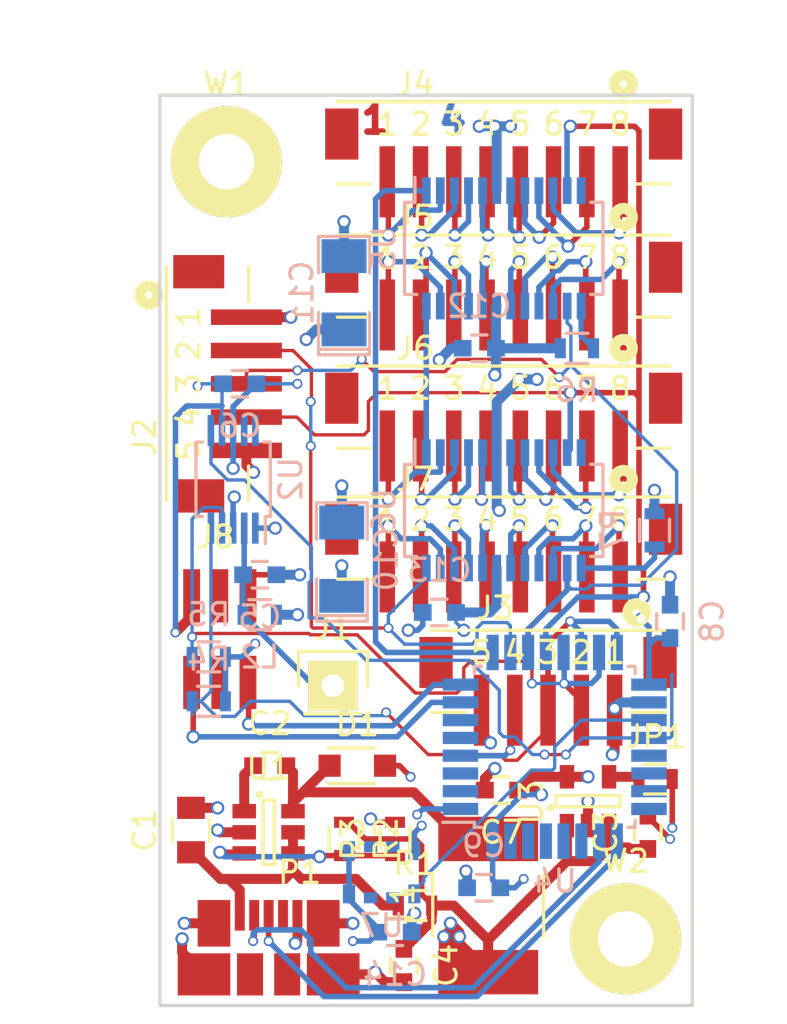
<source format=kicad_pcb>
(kicad_pcb (version 4) (host pcbnew 4.0.2-stable)
  (title_block (title "LED Driver Board") (rev 1.0))
  (layers (0 F.Cu signal) (1 PWR.Cu signal hide) (2 GND.Cu signal hide) (31 B.Cu signal) (34 B.Paste user hide) (35 F.Paste user hide) (36 B.SilkS user hide) (37 F.SilkS user hide) (38 B.Mask user hide) (39 F.Mask user hide) (44 Edge.Cuts user))
  (net 0 "")
  (net 1 "Net-(C1-Pad1)")
  (net 2 GND)
  (net 3 "Net-(C2-Pad1)")
  (net 4 "Net-(C2-Pad2)")
  (net 5 +5V)
  (net 6 "Net-(C5-Pad1)")
  (net 7 +3V3)
  (net 8 /LD)
  (net 9 /SCL)
  (net 10 /SDO2)
  (net 11 /EXP_ANA)
  (net 12 /EXP_RX_SDA)
  (net 13 /EXP_TX_SCL)
  (net 14 "Net-(J4-Pad1)")
  (net 15 "Net-(J4-Pad2)")
  (net 16 "Net-(J4-Pad3)")
  (net 17 "Net-(J4-Pad4)")
  (net 18 "Net-(J4-Pad5)")
  (net 19 "Net-(J4-Pad6)")
  (net 20 "Net-(J4-Pad7)")
  (net 21 "Net-(J4-Pad8)")
  (net 22 "Net-(J5-Pad1)")
  (net 23 "Net-(J5-Pad2)")
  (net 24 "Net-(J5-Pad3)")
  (net 25 "Net-(J5-Pad4)")
  (net 26 "Net-(J5-Pad5)")
  (net 27 "Net-(J5-Pad6)")
  (net 28 "Net-(J5-Pad7)")
  (net 29 "Net-(J5-Pad8)")
  (net 30 "Net-(J6-Pad1)")
  (net 31 "Net-(J6-Pad2)")
  (net 32 "Net-(J6-Pad3)")
  (net 33 "Net-(J6-Pad4)")
  (net 34 "Net-(J6-Pad5)")
  (net 35 "Net-(J6-Pad6)")
  (net 36 "Net-(J6-Pad7)")
  (net 37 "Net-(J6-Pad8)")
  (net 38 "Net-(J7-Pad1)")
  (net 39 "Net-(J7-Pad2)")
  (net 40 "Net-(J7-Pad3)")
  (net 41 "Net-(J7-Pad4)")
  (net 42 "Net-(J7-Pad5)")
  (net 43 "Net-(J7-Pad6)")
  (net 44 "Net-(J7-Pad7)")
  (net 45 "Net-(J7-Pad8)")
  (net 46 "Net-(JP1-Pad1)")
  (net 47 "Net-(R2-Pad2)")
  (net 48 "Net-(R6-Pad2)")
  (net 49 "Net-(R7-Pad2)")
  (net 50 /SDI)
  (net 51 "Net-(U4-Pad19)")
  (net 52 /SDO1)
  (net 53 /PDI_D)
  (net 54 /PDI_C)
  (net 55 /R_CLK)
  (net 56 /USB_DP)
  (net 57 /USB_DM)
  (module Primayer:B8B-ZR-SM4-TF (layer F.Cu) (at 159.5 39.1)
    (fp_text reference J7 (at -4 -2.8) (layer F.SilkS))
    (fp_text value CONN_01X08)
    (fp_text user 8 (at 5.25 -1) (layer F.SilkS))
    (fp_text user 7 (at 3.75 -1) (layer F.SilkS))
    (fp_text user 6 (at 2.25 -1) (layer F.SilkS))
    (fp_text user 5 (at 0.75 -1) (layer F.SilkS))
    (fp_text user 4 (at -0.75 -1) (layer F.SilkS))
    (fp_text user 3 (at -2.25 -1) (layer F.SilkS))
    (fp_text user 2 (at -3.75 -1) (layer F.SilkS))
    (fp_text user 1 (at -5.25 -1) (layer F.SilkS))
    (pad 1 smd rect (at -5.25 1.6) (size 0.7 3.2) (layers F.Cu F.Paste F.Mask) (net 38 "Net-(J7-Pad1)"))
    (pad 2 smd rect (at -3.75 1.6) (size 0.7 3.2) (layers F.Cu F.Paste F.Mask) (net 39 "Net-(J7-Pad2)"))
    (pad 3 smd rect (at -2.25 1.6) (size 0.7 3.2) (layers F.Cu F.Paste F.Mask) (net 40 "Net-(J7-Pad3)"))
    (pad 4 smd rect (at -0.75 1.6) (size 0.7 3.2) (layers F.Cu F.Paste F.Mask) (net 41 "Net-(J7-Pad4)"))
    (pad 5 smd rect (at 0.75 1.6) (size 0.7 3.2) (layers F.Cu F.Paste F.Mask) (net 42 "Net-(J7-Pad5)"))
    (pad NC1 smd rect (at 7.3 -0.55) (size 1.5 2.3) (layers F.Cu F.Paste F.Mask))
    (pad NC2 smd rect (at -7.3 -0.55) (size 1.5 2.3) (layers F.Cu F.Paste F.Mask))
    (pad 6 smd rect (at 2.25 1.6) (size 0.7 3.2) (layers F.Cu F.Paste F.Mask) (net 43 "Net-(J7-Pad6)"))
    (pad 7 smd rect (at 3.75 1.6) (size 0.7 3.2) (layers F.Cu F.Paste F.Mask) (net 44 "Net-(J7-Pad7)"))
    (pad 8 smd rect (at 5.25 1.6) (size 0.7 3.2) (layers F.Cu F.Paste F.Mask) (net 45 "Net-(J7-Pad8)"))
  )
  (module TO_SOT_Packages_SMD:SOT-23-5 (layer F.Cu) (at 163.3 50.8 90)
    (fp_text reference U3 (at -0.05 -2.55 90) (layer F.SilkS))
    (fp_text value TPS782XX)
    (pad 1 smd rect (at -1.1 -0.95 90) (size 1.06 0.65) (layers F.Cu F.Paste F.Mask) (net 5 +5V))
    (pad 2 smd rect (at -1.1 0 90) (size 1.06 0.65) (layers F.Cu F.Paste F.Mask) (net 2 GND))
    (pad 3 smd rect (at -1.1 0.95 90) (size 1.06 0.65) (layers F.Cu F.Paste F.Mask) (net 5 +5V))
    (pad 4 smd rect (at 1.1 0.95 90) (size 1.06 0.65) (layers F.Cu F.Paste F.Mask) (net 46 "Net-(JP1-Pad1)"))
    (pad 5 smd rect (at 1.1 -0.95 90) (size 1.06 0.65) (layers F.Cu F.Paste F.Mask) (net 7 +3V3))
  )
  (module Primayer:B8B-ZR-SM4-TF (layer F.Cu) (at 159.5 33.2)
    (fp_text reference J6 (at -4 -2.8) (layer F.SilkS))
    (fp_text value CONN_01X08)
    (fp_text user 8 (at 5.25 -1) (layer F.SilkS))
    (fp_text user 7 (at 3.75 -1) (layer F.SilkS))
    (fp_text user 6 (at 2.25 -1) (layer F.SilkS))
    (fp_text user 5 (at 0.75 -1) (layer F.SilkS))
    (fp_text user 4 (at -0.75 -1) (layer F.SilkS))
    (fp_text user 3 (at -2.25 -1) (layer F.SilkS))
    (fp_text user 2 (at -3.75 -1) (layer F.SilkS))
    (fp_text user 1 (at -5.25 -1) (layer F.SilkS))
    (pad 1 smd rect (at -5.25 1.6) (size 0.7 3.2) (layers F.Cu F.Paste F.Mask) (net 30 "Net-(J6-Pad1)"))
    (pad 2 smd rect (at -3.75 1.6) (size 0.7 3.2) (layers F.Cu F.Paste F.Mask) (net 31 "Net-(J6-Pad2)"))
    (pad 3 smd rect (at -2.25 1.6) (size 0.7 3.2) (layers F.Cu F.Paste F.Mask) (net 32 "Net-(J6-Pad3)"))
    (pad 4 smd rect (at -0.75 1.6) (size 0.7 3.2) (layers F.Cu F.Paste F.Mask) (net 33 "Net-(J6-Pad4)"))
    (pad 5 smd rect (at 0.75 1.6) (size 0.7 3.2) (layers F.Cu F.Paste F.Mask) (net 34 "Net-(J6-Pad5)"))
    (pad NC1 smd rect (at 7.3 -0.55) (size 1.5 2.3) (layers F.Cu F.Paste F.Mask))
    (pad NC2 smd rect (at -7.3 -0.55) (size 1.5 2.3) (layers F.Cu F.Paste F.Mask))
    (pad 6 smd rect (at 2.25 1.6) (size 0.7 3.2) (layers F.Cu F.Paste F.Mask) (net 35 "Net-(J6-Pad6)"))
    (pad 7 smd rect (at 3.75 1.6) (size 0.7 3.2) (layers F.Cu F.Paste F.Mask) (net 36 "Net-(J6-Pad7)"))
    (pad 8 smd rect (at 5.25 1.6) (size 0.7 3.2) (layers F.Cu F.Paste F.Mask) (net 37 "Net-(J6-Pad8)"))
  )
  (module Primayer:B8B-ZR-SM4-TF (layer F.Cu) (at 159.5 27.3)
    (fp_text reference J5 (at -4 -2.8) (layer F.SilkS))
    (fp_text value CONN_01X08)
    (fp_text user 8 (at 5.25 -1) (layer F.SilkS))
    (fp_text user 7 (at 3.75 -1) (layer F.SilkS))
    (fp_text user 6 (at 2.25 -1) (layer F.SilkS))
    (fp_text user 5 (at 0.75 -1) (layer F.SilkS))
    (fp_text user 4 (at -0.75 -1) (layer F.SilkS))
    (fp_text user 3 (at -2.25 -1) (layer F.SilkS))
    (fp_text user 2 (at -3.75 -1) (layer F.SilkS))
    (fp_text user 1 (at -5.25 -1) (layer F.SilkS))
    (pad 1 smd rect (at -5.25 1.6) (size 0.7 3.2) (layers F.Cu F.Paste F.Mask) (net 22 "Net-(J5-Pad1)"))
    (pad 2 smd rect (at -3.75 1.6) (size 0.7 3.2) (layers F.Cu F.Paste F.Mask) (net 23 "Net-(J5-Pad2)"))
    (pad 3 smd rect (at -2.25 1.6) (size 0.7 3.2) (layers F.Cu F.Paste F.Mask) (net 24 "Net-(J5-Pad3)"))
    (pad 4 smd rect (at -0.75 1.6) (size 0.7 3.2) (layers F.Cu F.Paste F.Mask) (net 25 "Net-(J5-Pad4)"))
    (pad 5 smd rect (at 0.75 1.6) (size 0.7 3.2) (layers F.Cu F.Paste F.Mask) (net 26 "Net-(J5-Pad5)"))
    (pad NC1 smd rect (at 7.3 -0.55) (size 1.5 2.3) (layers F.Cu F.Paste F.Mask))
    (pad NC2 smd rect (at -7.3 -0.55) (size 1.5 2.3) (layers F.Cu F.Paste F.Mask))
    (pad 6 smd rect (at 2.25 1.6) (size 0.7 3.2) (layers F.Cu F.Paste F.Mask) (net 27 "Net-(J5-Pad6)"))
    (pad 7 smd rect (at 3.75 1.6) (size 0.7 3.2) (layers F.Cu F.Paste F.Mask) (net 28 "Net-(J5-Pad7)"))
    (pad 8 smd rect (at 5.25 1.6) (size 0.7 3.2) (layers F.Cu F.Paste F.Mask) (net 29 "Net-(J5-Pad8)"))
  )
  (module Primayer:B8B-ZR-SM4-TF (layer F.Cu) (at 159.5 21.3)
    (fp_text reference J4 (at -4 -2.8) (layer F.SilkS))
    (fp_text value CONN_01X08)
    (fp_text user 8 (at 5.25 -1) (layer F.SilkS))
    (fp_text user 7 (at 3.75 -1) (layer F.SilkS))
    (fp_text user 6 (at 2.25 -1) (layer F.SilkS))
    (fp_text user 5 (at 0.75 -1) (layer F.SilkS))
    (fp_text user 4 (at -0.75 -1) (layer F.SilkS))
    (fp_text user 3 (at -2.25 -1) (layer F.SilkS))
    (fp_text user 2 (at -3.75 -1) (layer F.SilkS))
    (fp_text user 1 (at -5.25 -1) (layer F.SilkS))
    (pad 1 smd rect (at -5.25 1.6) (size 0.7 3.2) (layers F.Cu F.Paste F.Mask) (net 14 "Net-(J4-Pad1)"))
    (pad 2 smd rect (at -3.75 1.6) (size 0.7 3.2) (layers F.Cu F.Paste F.Mask) (net 15 "Net-(J4-Pad2)"))
    (pad 3 smd rect (at -2.25 1.6) (size 0.7 3.2) (layers F.Cu F.Paste F.Mask) (net 16 "Net-(J4-Pad3)"))
    (pad 4 smd rect (at -0.75 1.6) (size 0.7 3.2) (layers F.Cu F.Paste F.Mask) (net 17 "Net-(J4-Pad4)"))
    (pad 5 smd rect (at 0.75 1.6) (size 0.7 3.2) (layers F.Cu F.Paste F.Mask) (net 18 "Net-(J4-Pad5)"))
    (pad NC1 smd rect (at 7.3 -0.55) (size 1.5 2.3) (layers F.Cu F.Paste F.Mask))
    (pad NC2 smd rect (at -7.3 -0.55) (size 1.5 2.3) (layers F.Cu F.Paste F.Mask))
    (pad 6 smd rect (at 2.25 1.6) (size 0.7 3.2) (layers F.Cu F.Paste F.Mask) (net 19 "Net-(J4-Pad6)"))
    (pad 7 smd rect (at 3.75 1.6) (size 0.7 3.2) (layers F.Cu F.Paste F.Mask) (net 20 "Net-(J4-Pad7)"))
    (pad 8 smd rect (at 5.25 1.6) (size 0.7 3.2) (layers F.Cu F.Paste F.Mask) (net 21 "Net-(J4-Pad8)"))
  )
  (module Primayer:B5B-ZR-SM4-TF (layer F.Cu) (at 146.3 32 90)
    (fp_text reference J2 (at -2.4 -3 90) (layer F.SilkS))
    (fp_text value CONN_01X05)
    (fp_text user 5 (at -3 -1 90) (layer F.SilkS))
    (fp_text user 4 (at -1.5 -1 90) (layer F.SilkS))
    (fp_text user 3 (at 0 -1 90) (layer F.SilkS))
    (fp_text user 2 (at 1.5 -1 90) (layer F.SilkS))
    (fp_text user 1 (at 3 -1 90) (layer F.SilkS))
    (pad 5 smd rect (at 3 1.6 90) (size 0.7 3.2) (layers F.Cu F.Paste F.Mask) (net 5 +5V))
    (pad 4 smd rect (at 1.5 1.6 90) (size 0.7 3.2) (layers F.Cu F.Paste F.Mask) (net 10 /SDO2))
    (pad 3 smd rect (at 0 1.6 90) (size 0.7 3.2) (layers F.Cu F.Paste F.Mask) (net 9 /SCL))
    (pad 2 smd rect (at -1.5 1.6 90) (size 0.7 3.2) (layers F.Cu F.Paste F.Mask) (net 8 /LD))
    (pad 1 smd rect (at -3 1.6 90) (size 0.7 3.2) (layers F.Cu F.Paste F.Mask) (net 2 GND))
    (pad NC1 smd rect (at 5.05 -0.55 90) (size 1.5 2.3) (layers F.Cu F.Paste F.Mask))
    (pad NC2 smd rect (at -5.05 -0.55 90) (size 1.5 2.3) (layers F.Cu F.Paste F.Mask))
  )
  (module Primayer:KT3225T (layer B.Cu) (at 154 54)
    (fp_text reference U7 (at 0 2.4) (layer B.SilkS) (effects (justify mirror)))
    (fp_text value KT3225T)
    (pad 8 smd rect (at -1.475 0.975) (size 0.55 0.85) (layers B.Cu B.Paste B.Mask) (net 7 +3V3))
    (pad 5 smd rect (at 1.475 0.975) (size 0.55 0.85) (layers B.Cu B.Paste B.Mask) (net 51 "Net-(U4-Pad19)"))
    (pad 4 smd rect (at 1.475 -0.975) (size 0.55 0.85) (layers B.Cu B.Paste B.Mask) (net 2 GND))
    (pad 1 smd rect (at -1.475 -0.975) (size 0.55 0.85) (layers B.Cu B.Paste B.Mask) (net 7 +3V3))
    (pad 7 smd rect (at -0.5 1.15) (size 0.6 0.5) (layers B.Cu B.Paste B.Mask))
    (pad 6 smd rect (at 0.5 1.15) (size 0.6 0.5) (layers B.Cu B.Paste B.Mask))
    (pad 3 smd rect (at 0.5 -1.15) (size 0.6 0.5) (layers B.Cu B.Paste B.Mask))
    (pad 2 smd rect (at -0.5 -1.15) (size 0.6 0.5) (layers B.Cu B.Paste B.Mask))
  )
  (module Housings_SSOP:SSOP-24_3.9x8.7mm_Pitch0.635mm (layer B.Cu) (at 159.5 37.7 270)
    (fp_text reference U6 (at 0 5.4 270) (layer B.SilkS) (effects (justify mirror)))
    (fp_text value AS1116-BSST)
    (pad 1 smd rect (at -2.6 3.4925 270) (size 1.2 0.4) (layers B.Cu B.Paste B.Mask) (net 52 /SDO1))
    (pad 2 smd rect (at -2.6 2.8575 270) (size 1.2 0.4) (layers B.Cu B.Paste B.Mask) (net 30 "Net-(J6-Pad1)"))
    (pad 3 smd rect (at -2.6 2.2225 270) (size 1.2 0.4) (layers B.Cu B.Paste B.Mask) (net 31 "Net-(J6-Pad2)"))
    (pad 4 smd rect (at -2.6 1.5875 270) (size 1.2 0.4) (layers B.Cu B.Paste B.Mask) (net 32 "Net-(J6-Pad3)"))
    (pad 5 smd rect (at -2.6 0.9525 270) (size 1.2 0.4) (layers B.Cu B.Paste B.Mask) (net 33 "Net-(J6-Pad4)"))
    (pad 6 smd rect (at -2.6 0.3175 270) (size 1.2 0.4) (layers B.Cu B.Paste B.Mask) (net 2 GND))
    (pad 7 smd rect (at -2.6 -0.3175 270) (size 1.2 0.4) (layers B.Cu B.Paste B.Mask) (net 34 "Net-(J6-Pad5)"))
    (pad 8 smd rect (at -2.6 -0.9525 270) (size 1.2 0.4) (layers B.Cu B.Paste B.Mask) (net 35 "Net-(J6-Pad6)"))
    (pad 9 smd rect (at -2.6 -1.5875 270) (size 1.2 0.4) (layers B.Cu B.Paste B.Mask) (net 36 "Net-(J6-Pad7)"))
    (pad 10 smd rect (at -2.6 -2.2225 270) (size 1.2 0.4) (layers B.Cu B.Paste B.Mask) (net 37 "Net-(J6-Pad8)"))
    (pad 11 smd rect (at -2.6 -2.8575 270) (size 1.2 0.4) (layers B.Cu B.Paste B.Mask) (net 8 /LD))
    (pad 12 smd rect (at -2.6 -3.4925 270) (size 1.2 0.4) (layers B.Cu B.Paste B.Mask))
    (pad 13 smd rect (at 2.6 -3.4925 270) (size 1.2 0.4) (layers B.Cu B.Paste B.Mask) (net 49 "Net-(R7-Pad2)"))
    (pad 14 smd rect (at 2.6 -2.8575 270) (size 1.2 0.4) (layers B.Cu B.Paste B.Mask) (net 9 /SCL))
    (pad 15 smd rect (at 2.6 -2.2225 270) (size 1.2 0.4) (layers B.Cu B.Paste B.Mask) (net 45 "Net-(J7-Pad8)"))
    (pad 16 smd rect (at 2.6 -1.5875 270) (size 1.2 0.4) (layers B.Cu B.Paste B.Mask) (net 44 "Net-(J7-Pad7)"))
    (pad 17 smd rect (at 2.6 -0.9525 270) (size 1.2 0.4) (layers B.Cu B.Paste B.Mask) (net 43 "Net-(J7-Pad6)"))
    (pad 18 smd rect (at 2.6 -0.3175 270) (size 1.2 0.4) (layers B.Cu B.Paste B.Mask) (net 42 "Net-(J7-Pad5)"))
    (pad 19 smd rect (at 2.6 0.3175 270) (size 1.2 0.4) (layers B.Cu B.Paste B.Mask) (net 5 +5V))
    (pad 20 smd rect (at 2.6 0.9525 270) (size 1.2 0.4) (layers B.Cu B.Paste B.Mask) (net 41 "Net-(J7-Pad4)"))
    (pad 21 smd rect (at 2.6 1.5875 270) (size 1.2 0.4) (layers B.Cu B.Paste B.Mask) (net 40 "Net-(J7-Pad3)"))
    (pad 22 smd rect (at 2.6 2.2225 270) (size 1.2 0.4) (layers B.Cu B.Paste B.Mask) (net 39 "Net-(J7-Pad2)"))
    (pad 23 smd rect (at 2.6 2.8575 270) (size 1.2 0.4) (layers B.Cu B.Paste B.Mask) (net 38 "Net-(J7-Pad1)"))
    (pad 24 smd rect (at 2.6 3.4925 270) (size 1.2 0.4) (layers B.Cu B.Paste B.Mask) (net 10 /SDO2))
  )
  (module Housings_SSOP:SSOP-24_3.9x8.7mm_Pitch0.635mm (layer B.Cu) (at 159.5 25.9 270)
    (fp_text reference U5 (at 0 5.4 270) (layer B.SilkS) (effects (justify mirror)))
    (fp_text value AS1116-BSST)
    (pad 1 smd rect (at -2.6 3.4925 270) (size 1.2 0.4) (layers B.Cu B.Paste B.Mask) (net 50 /SDI))
    (pad 2 smd rect (at -2.6 2.8575 270) (size 1.2 0.4) (layers B.Cu B.Paste B.Mask) (net 14 "Net-(J4-Pad1)"))
    (pad 3 smd rect (at -2.6 2.2225 270) (size 1.2 0.4) (layers B.Cu B.Paste B.Mask) (net 15 "Net-(J4-Pad2)"))
    (pad 4 smd rect (at -2.6 1.5875 270) (size 1.2 0.4) (layers B.Cu B.Paste B.Mask) (net 16 "Net-(J4-Pad3)"))
    (pad 5 smd rect (at -2.6 0.9525 270) (size 1.2 0.4) (layers B.Cu B.Paste B.Mask) (net 17 "Net-(J4-Pad4)"))
    (pad 6 smd rect (at -2.6 0.3175 270) (size 1.2 0.4) (layers B.Cu B.Paste B.Mask) (net 2 GND))
    (pad 7 smd rect (at -2.6 -0.3175 270) (size 1.2 0.4) (layers B.Cu B.Paste B.Mask) (net 18 "Net-(J4-Pad5)"))
    (pad 8 smd rect (at -2.6 -0.9525 270) (size 1.2 0.4) (layers B.Cu B.Paste B.Mask) (net 19 "Net-(J4-Pad6)"))
    (pad 9 smd rect (at -2.6 -1.5875 270) (size 1.2 0.4) (layers B.Cu B.Paste B.Mask) (net 20 "Net-(J4-Pad7)"))
    (pad 10 smd rect (at -2.6 -2.2225 270) (size 1.2 0.4) (layers B.Cu B.Paste B.Mask) (net 21 "Net-(J4-Pad8)"))
    (pad 11 smd rect (at -2.6 -2.8575 270) (size 1.2 0.4) (layers B.Cu B.Paste B.Mask) (net 8 /LD))
    (pad 12 smd rect (at -2.6 -3.4925 270) (size 1.2 0.4) (layers B.Cu B.Paste B.Mask))
    (pad 13 smd rect (at 2.6 -3.4925 270) (size 1.2 0.4) (layers B.Cu B.Paste B.Mask) (net 48 "Net-(R6-Pad2)"))
    (pad 14 smd rect (at 2.6 -2.8575 270) (size 1.2 0.4) (layers B.Cu B.Paste B.Mask) (net 9 /SCL))
    (pad 15 smd rect (at 2.6 -2.2225 270) (size 1.2 0.4) (layers B.Cu B.Paste B.Mask) (net 29 "Net-(J5-Pad8)"))
    (pad 16 smd rect (at 2.6 -1.5875 270) (size 1.2 0.4) (layers B.Cu B.Paste B.Mask) (net 28 "Net-(J5-Pad7)"))
    (pad 17 smd rect (at 2.6 -0.9525 270) (size 1.2 0.4) (layers B.Cu B.Paste B.Mask) (net 27 "Net-(J5-Pad6)"))
    (pad 18 smd rect (at 2.6 -0.3175 270) (size 1.2 0.4) (layers B.Cu B.Paste B.Mask) (net 26 "Net-(J5-Pad5)"))
    (pad 19 smd rect (at 2.6 0.3175 270) (size 1.2 0.4) (layers B.Cu B.Paste B.Mask) (net 5 +5V))
    (pad 20 smd rect (at 2.6 0.9525 270) (size 1.2 0.4) (layers B.Cu B.Paste B.Mask) (net 25 "Net-(J5-Pad4)"))
    (pad 21 smd rect (at 2.6 1.5875 270) (size 1.2 0.4) (layers B.Cu B.Paste B.Mask) (net 24 "Net-(J5-Pad3)"))
    (pad 22 smd rect (at 2.6 2.2225 270) (size 1.2 0.4) (layers B.Cu B.Paste B.Mask) (net 23 "Net-(J5-Pad2)"))
    (pad 23 smd rect (at 2.6 2.8575 270) (size 1.2 0.4) (layers B.Cu B.Paste B.Mask) (net 22 "Net-(J5-Pad1)"))
    (pad 24 smd rect (at 2.6 3.4925 270) (size 1.2 0.4) (layers B.Cu B.Paste B.Mask) (net 52 /SDO1))
  )
  (module Housings_QFP:TQFP-32_7x7mm_Pitch0.8mm (layer B.Cu) (at 161.8 48.35)
    (fp_text reference U4 (at 0 6.05) (layer B.SilkS) (effects (justify mirror)))
    (fp_text value ATXMEGA32E5-A)
    (pad 1 smd rect (at -4.25 2.8) (size 1.6 0.55) (layers B.Cu B.Paste B.Mask) (net 2 GND))
    (pad 2 smd rect (at -4.25 2) (size 1.6 0.55) (layers B.Cu B.Paste B.Mask))
    (pad 3 smd rect (at -4.25 1.2) (size 1.6 0.55) (layers B.Cu B.Paste B.Mask))
    (pad 4 smd rect (at -4.25 0.4) (size 1.6 0.55) (layers B.Cu B.Paste B.Mask) (net 11 /EXP_ANA))
    (pad 5 smd rect (at -4.25 -0.4) (size 1.6 0.55) (layers B.Cu B.Paste B.Mask))
    (pad 6 smd rect (at -4.25 -1.2) (size 1.6 0.55) (layers B.Cu B.Paste B.Mask))
    (pad 7 smd rect (at -4.25 -2) (size 1.6 0.55) (layers B.Cu B.Paste B.Mask) (net 53 /PDI_D))
    (pad 8 smd rect (at -4.25 -2.8) (size 1.6 0.55) (layers B.Cu B.Paste B.Mask) (net 54 /PDI_C))
    (pad 9 smd rect (at -2.8 -4.25 270) (size 1.6 0.55) (layers B.Cu B.Paste B.Mask) (net 50 /SDI))
    (pad 10 smd rect (at -2 -4.25 270) (size 1.6 0.55) (layers B.Cu B.Paste B.Mask) (net 10 /SDO2))
    (pad 11 smd rect (at -1.2 -4.25 270) (size 1.6 0.55) (layers B.Cu B.Paste B.Mask) (net 9 /SCL))
    (pad 12 smd rect (at -0.4 -4.25 270) (size 1.6 0.55) (layers B.Cu B.Paste B.Mask) (net 8 /LD))
    (pad 13 smd rect (at 0.4 -4.25 270) (size 1.6 0.55) (layers B.Cu B.Paste B.Mask) (net 13 /EXP_TX_SCL))
    (pad 14 smd rect (at 1.2 -4.25 270) (size 1.6 0.55) (layers B.Cu B.Paste B.Mask) (net 12 /EXP_RX_SDA))
    (pad 15 smd rect (at 2 -4.25 270) (size 1.6 0.55) (layers B.Cu B.Paste B.Mask) (net 13 /EXP_TX_SCL))
    (pad 16 smd rect (at 2.8 -4.25 270) (size 1.6 0.55) (layers B.Cu B.Paste B.Mask) (net 12 /EXP_RX_SDA))
    (pad 17 smd rect (at 4.25 -2.8) (size 1.6 0.55) (layers B.Cu B.Paste B.Mask) (net 7 +3V3))
    (pad 18 smd rect (at 4.25 -2) (size 1.6 0.55) (layers B.Cu B.Paste B.Mask) (net 2 GND))
    (pad 19 smd rect (at 4.25 -1.2) (size 1.6 0.55) (layers B.Cu B.Paste B.Mask) (net 51 "Net-(U4-Pad19)"))
    (pad 20 smd rect (at 4.25 -0.4) (size 1.6 0.55) (layers B.Cu B.Paste B.Mask) (net 55 /R_CLK))
    (pad 21 smd rect (at 4.25 0.4) (size 1.6 0.55) (layers B.Cu B.Paste B.Mask))
    (pad 22 smd rect (at 4.25 1.2) (size 1.6 0.55) (layers B.Cu B.Paste B.Mask))
    (pad 23 smd rect (at 4.25 2) (size 1.6 0.55) (layers B.Cu B.Paste B.Mask))
    (pad 24 smd rect (at 4.25 2.8) (size 1.6 0.55) (layers B.Cu B.Paste B.Mask))
    (pad 25 smd rect (at 2.8 4.25 270) (size 1.6 0.55) (layers B.Cu B.Paste B.Mask) (net 56 /USB_DP))
    (pad 26 smd rect (at 2 4.25 270) (size 1.6 0.55) (layers B.Cu B.Paste B.Mask) (net 57 /USB_DM))
    (pad 27 smd rect (at 1.2 4.25 270) (size 1.6 0.55) (layers B.Cu B.Paste B.Mask))
    (pad 28 smd rect (at 0.4 4.25 270) (size 1.6 0.55) (layers B.Cu B.Paste B.Mask))
    (pad 29 smd rect (at -0.4 4.25 270) (size 1.6 0.55) (layers B.Cu B.Paste B.Mask))
    (pad 30 smd rect (at -1.2 4.25 270) (size 1.6 0.55) (layers B.Cu B.Paste B.Mask))
    (pad 31 smd rect (at -2 4.25 270) (size 1.6 0.55) (layers B.Cu B.Paste B.Mask))
    (pad 32 smd rect (at -2.8 4.25 270) (size 1.6 0.55) (layers B.Cu B.Paste B.Mask) (net 7 +3V3))
  )
  (module Housings_SSOP:MSOP-10_3x3mm_Pitch0.5mm (layer B.Cu) (at 147.3 36.3 90)
    (fp_text reference U2 (at 0 2.6 90) (layer B.SilkS) (effects (justify mirror)))
    (fp_text value RDA5807M)
    (pad 1 smd rect (at -2.2 1 90) (size 1.4 0.3) (layers B.Cu B.Paste B.Mask) (net 2 GND))
    (pad 2 smd rect (at -2.2 0.5 90) (size 1.4 0.3) (layers B.Cu B.Paste B.Mask) (net 6 "Net-(C5-Pad1)"))
    (pad 3 smd rect (at -2.2 0 90) (size 1.4 0.3) (layers B.Cu B.Paste B.Mask) (net 2 GND))
    (pad 4 smd rect (at -2.2 -0.5 90) (size 1.4 0.3) (layers B.Cu B.Paste B.Mask) (net 13 /EXP_TX_SCL))
    (pad 5 smd rect (at -2.2 -1 90) (size 1.4 0.3) (layers B.Cu B.Paste B.Mask) (net 12 /EXP_RX_SDA))
    (pad 6 smd rect (at 2.2 -1 90) (size 1.4 0.3) (layers B.Cu B.Paste B.Mask) (net 55 /R_CLK))
    (pad 7 smd rect (at 2.2 -0.5 90) (size 1.4 0.3) (layers B.Cu B.Paste B.Mask) (net 7 +3V3))
    (pad 8 smd rect (at 2.2 0 90) (size 1.4 0.3) (layers B.Cu B.Paste B.Mask) (net 2 GND))
    (pad 9 smd rect (at 2.2 0.5 90) (size 1.4 0.3) (layers B.Cu B.Paste B.Mask))
    (pad 10 smd rect (at 2.2 1 90) (size 1.4 0.3) (layers B.Cu B.Paste B.Mask))
  )
  (module TO_SOT_Packages_SMD:SOT-23-6 (layer F.Cu) (at 148.9 52.2)
    (fp_text reference U1 (at 0 -2.9) (layer F.SilkS))
    (fp_text value AP3211)
    (pad 1 smd rect (at -1.1 -0.95) (size 1.06 0.65) (layers F.Cu F.Paste F.Mask) (net 3 "Net-(C2-Pad1)"))
    (pad 2 smd rect (at -1.1 0) (size 1.06 0.65) (layers F.Cu F.Paste F.Mask) (net 2 GND))
    (pad 3 smd rect (at -1.1 0.95) (size 1.06 0.65) (layers F.Cu F.Paste F.Mask) (net 47 "Net-(R2-Pad2)"))
    (pad 4 smd rect (at 1.1 0.95) (size 1.06 0.65) (layers F.Cu F.Paste F.Mask) (net 1 "Net-(C1-Pad1)"))
    (pad 6 smd rect (at 1.1 -0.95) (size 1.06 0.65) (layers F.Cu F.Paste F.Mask) (net 4 "Net-(C2-Pad2)"))
    (pad 5 smd rect (at 1.1 0) (size 1.06 0.65) (layers F.Cu F.Paste F.Mask) (net 1 "Net-(C1-Pad1)"))
  )
  (module Resistors_SMD:R_0603 (layer B.Cu) (at 166.3 38.6 270)
    (fp_text reference R7 (at 0 1.9 270) (layer B.SilkS) (effects (justify mirror)))
    (fp_text value 15k)
    (pad 1 smd rect (at -0.75 0 270) (size 0.5 0.9) (layers B.Cu B.Paste B.Mask) (net 5 +5V))
    (pad 2 smd rect (at 0.75 0 270) (size 0.5 0.9) (layers B.Cu B.Paste B.Mask) (net 49 "Net-(R7-Pad2)"))
  )
  (module Resistors_SMD:R_0603 (layer B.Cu) (at 162.8 30.4)
    (fp_text reference R6 (at 0 1.9) (layer B.SilkS) (effects (justify mirror)))
    (fp_text value 15k)
    (pad 1 smd rect (at -0.75 0) (size 0.5 0.9) (layers B.Cu B.Paste B.Mask) (net 5 +5V))
    (pad 2 smd rect (at 0.75 0) (size 0.5 0.9) (layers B.Cu B.Paste B.Mask) (net 48 "Net-(R6-Pad2)"))
  )
  (module Resistors_SMD:R_0603 (layer B.Cu) (at 146.2 44.3 180)
    (fp_text reference R5 (at 0 1.9 180) (layer B.SilkS) (effects (justify mirror)))
    (fp_text value 2k2)
    (pad 1 smd rect (at -0.75 0 180) (size 0.5 0.9) (layers B.Cu B.Paste B.Mask) (net 7 +3V3))
    (pad 2 smd rect (at 0.75 0 180) (size 0.5 0.9) (layers B.Cu B.Paste B.Mask) (net 13 /EXP_TX_SCL))
  )
  (module Resistors_SMD:R_0603 (layer B.Cu) (at 146.2 46.3 180)
    (fp_text reference R4 (at 0 1.9 180) (layer B.SilkS) (effects (justify mirror)))
    (fp_text value 2k2)
    (pad 1 smd rect (at -0.75 0 180) (size 0.5 0.9) (layers B.Cu B.Paste B.Mask) (net 7 +3V3))
    (pad 2 smd rect (at 0.75 0 180) (size 0.5 0.9) (layers B.Cu B.Paste B.Mask) (net 12 /EXP_RX_SDA))
  )
  (module Resistors_SMD:R_0603 (layer F.Cu) (at 154.6 52.5 90)
    (fp_text reference R3 (at 0 -1.9 90) (layer F.SilkS))
    (fp_text value 15k)
    (pad 1 smd rect (at -0.75 0 90) (size 0.5 0.9) (layers F.Cu F.Paste F.Mask) (net 47 "Net-(R2-Pad2)"))
    (pad 2 smd rect (at 0.75 0 90) (size 0.5 0.9) (layers F.Cu F.Paste F.Mask) (net 2 GND))
  )
  (module Resistors_SMD:R_0603 (layer F.Cu) (at 152.3 52.5 270)
    (fp_text reference R2 (at 0 -1.9 270) (layer F.SilkS))
    (fp_text value 59k)
    (pad 1 smd rect (at -0.75 0 270) (size 0.5 0.9) (layers F.Cu F.Paste F.Mask) (net 5 +5V))
    (pad 2 smd rect (at 0.75 0 270) (size 0.5 0.9) (layers F.Cu F.Paste F.Mask) (net 47 "Net-(R2-Pad2)"))
  )
  (module Resistors_SMD:R_0603 (layer F.Cu) (at 155.5 55.5)
    (fp_text reference R1 (at 0 -1.9) (layer F.SilkS))
    (fp_text value 0R)
    (pad 1 smd rect (at -0.75 0) (size 0.5 0.9) (layers F.Cu F.Paste F.Mask) (net 1 "Net-(C1-Pad1)"))
    (pad 2 smd rect (at 0.75 0) (size 0.5 0.9) (layers F.Cu F.Paste F.Mask) (net 5 +5V))
  )
  (module Resistors_SMD:R_0603 (layer B.Cu) (at 148.5 42.4)
    (fp_text reference L2 (at 0 1.9) (layer B.SilkS) (effects (justify mirror)))
    (fp_text value 100nH)
    (pad 1 smd rect (at -0.75 0) (size 0.5 0.9) (layers B.Cu B.Paste B.Mask) (net 6 "Net-(C5-Pad1)"))
    (pad 2 smd rect (at 0.75 0) (size 0.5 0.9) (layers B.Cu B.Paste B.Mask) (net 2 GND))
  )
  (module Inductors_NEOSID:Neosid_Inductor_SM-NE56_SMD2220 (layer F.Cu) (at 158.8 55.50026 90)
    (fp_text reference L1 (at 0.09906 -3.85064 90) (layer F.SilkS))
    (fp_text value 10uH)
    (pad 2 smd rect (at 2.99974 0 90) (size 1.99898 4.50088) (layers F.Cu F.Paste F.Mask) (net 4 "Net-(C2-Pad2)"))
    (pad 1 smd rect (at -2.99974 0 90) (size 1.99898 4.50088) (layers F.Cu F.Paste F.Mask) (net 5 +5V))
  )
  (module Resistors_SMD:R_0603 (layer F.Cu) (at 166.35 49.8)
    (fp_text reference JP1 (at 0 -1.9) (layer F.SilkS))
    (fp_text value Jumper_NC_Small)
    (pad 1 smd rect (at -0.75 0) (size 0.5 0.9) (layers F.Cu F.Paste F.Mask) (net 46 "Net-(JP1-Pad1)"))
    (pad 2 smd rect (at 0.75 0) (size 0.5 0.9) (layers F.Cu F.Paste F.Mask) (net 2 GND))
  )
  (module Pin_Headers:Pin_Header_Straight_1x01 (layer F.Cu) (at 151.8 45.6)
    (fp_text reference J1 (at 0 -2.6) (layer F.SilkS))
    (fp_text value CONN_01X01)
    (pad 1 thru_hole rect (at 0 0) (size 2.2352 2.2352) (drill 1.016) (layers *.Cu *.Mask F.SilkS) (net 6 "Net-(C5-Pad1)"))
  )
  (module Capacitors_SMD:C_0603 (layer B.Cu) (at 154.6 56.7)
    (fp_text reference C14 (at 0 1.9) (layer B.SilkS) (effects (justify mirror)))
    (fp_text value 100n)
    (pad 1 smd rect (at -0.75 0) (size 0.8 0.75) (layers B.Cu B.Paste B.Mask) (net 7 +3V3))
    (pad 2 smd rect (at 0.75 0) (size 0.8 0.75) (layers B.Cu B.Paste B.Mask) (net 2 GND))
  )
  (module Capacitors_SMD:C_0603 (layer B.Cu) (at 156.6 42.3 180)
    (fp_text reference C13 (at 0 1.9 180) (layer B.SilkS) (effects (justify mirror)))
    (fp_text value 100n)
    (pad 1 smd rect (at -0.75 0 180) (size 0.8 0.75) (layers B.Cu B.Paste B.Mask) (net 5 +5V))
    (pad 2 smd rect (at 0.75 0 180) (size 0.8 0.75) (layers B.Cu B.Paste B.Mask) (net 2 GND))
  )
  (module Capacitors_SMD:C_0603 (layer B.Cu) (at 158.4 30.4 180)
    (fp_text reference C12 (at 0 1.9 180) (layer B.SilkS) (effects (justify mirror)))
    (fp_text value 100n)
    (pad 1 smd rect (at -0.75 0 180) (size 0.8 0.75) (layers B.Cu B.Paste B.Mask) (net 5 +5V))
    (pad 2 smd rect (at 0.75 0 180) (size 0.8 0.75) (layers B.Cu B.Paste B.Mask) (net 2 GND))
  )
  (module SMD_Packages:SMD-1206_Pol (layer B.Cu) (at 152.3 27.9 90)
    (fp_text reference C11 (at 0 -1.9 90) (layer B.SilkS) (effects (justify mirror)))
    (fp_text value 10u)
    (pad 1 smd rect (at -1.651 0 90) (size 1.524 2.032) (layers B.Cu B.Paste B.Mask) (net 5 +5V))
    (pad 2 smd rect (at 1.651 0 90) (size 1.524 2.032) (layers B.Cu B.Paste B.Mask) (net 2 GND))
  )
  (module SMD_Packages:SMD-1206_Pol (layer B.Cu) (at 152.2 39.9 90)
    (fp_text reference C10 (at 0 2 90) (layer B.SilkS) (effects (justify mirror)))
    (fp_text value 10u)
    (pad 1 smd rect (at -1.651 0 90) (size 1.524 2.032) (layers B.Cu B.Paste B.Mask) (net 5 +5V))
    (pad 2 smd rect (at 1.651 0 90) (size 1.524 2.032) (layers B.Cu B.Paste B.Mask) (net 2 GND))
  )
  (module Capacitors_SMD:C_0603 (layer B.Cu) (at 158.6 54.7 180)
    (fp_text reference C9 (at 0 1.9 180) (layer B.SilkS) (effects (justify mirror)))
    (fp_text value 100n)
    (pad 1 smd rect (at -0.75 0 180) (size 0.8 0.75) (layers B.Cu B.Paste B.Mask) (net 7 +3V3))
    (pad 2 smd rect (at 0.75 0 180) (size 0.8 0.75) (layers B.Cu B.Paste B.Mask) (net 2 GND))
  )
  (module Capacitors_SMD:C_0603 (layer B.Cu) (at 167 42.7 90)
    (fp_text reference C8 (at 0 1.9 90) (layer B.SilkS) (effects (justify mirror)))
    (fp_text value 100n)
    (pad 1 smd rect (at -0.75 0 90) (size 0.8 0.75) (layers B.Cu B.Paste B.Mask) (net 7 +3V3))
    (pad 2 smd rect (at 0.75 0 90) (size 0.8 0.75) (layers B.Cu B.Paste B.Mask) (net 2 GND))
  )
  (module Capacitors_SMD:C_0603 (layer F.Cu) (at 159.4 50.3 180)
    (fp_text reference C7 (at 0 -1.9 180) (layer F.SilkS))
    (fp_text value 2u2)
    (pad 1 smd rect (at -0.75 0 180) (size 0.8 0.75) (layers F.Cu F.Paste F.Mask) (net 7 +3V3))
    (pad 2 smd rect (at 0.75 0 180) (size 0.8 0.75) (layers F.Cu F.Paste F.Mask) (net 2 GND))
  )
  (module Capacitors_SMD:C_0603 (layer B.Cu) (at 147.6 32)
    (fp_text reference C6 (at 0 1.9) (layer B.SilkS) (effects (justify mirror)))
    (fp_text value 22n)
    (pad 1 smd rect (at -0.75 0) (size 0.8 0.75) (layers B.Cu B.Paste B.Mask) (net 7 +3V3))
    (pad 2 smd rect (at 0.75 0) (size 0.8 0.75) (layers B.Cu B.Paste B.Mask) (net 2 GND))
  )
  (module Capacitors_SMD:C_0603 (layer B.Cu) (at 148.5 40.6)
    (fp_text reference C5 (at 0 1.9) (layer B.SilkS) (effects (justify mirror)))
    (fp_text value 22n)
    (pad 1 smd rect (at -0.75 0) (size 0.8 0.75) (layers B.Cu B.Paste B.Mask) (net 6 "Net-(C5-Pad1)"))
    (pad 2 smd rect (at 0.75 0) (size 0.8 0.75) (layers B.Cu B.Paste B.Mask) (net 2 GND))
  )
  (module Capacitors_SMD:C_0603 (layer F.Cu) (at 155 58.2 270)
    (fp_text reference C4 (at 0 -1.9 270) (layer F.SilkS))
    (fp_text value ??)
    (pad 1 smd rect (at -0.75 0 270) (size 0.8 0.75) (layers F.Cu F.Paste F.Mask) (net 5 +5V))
    (pad 2 smd rect (at 0.75 0 270) (size 0.8 0.75) (layers F.Cu F.Paste F.Mask) (net 2 GND))
  )
  (module Capacitors_SMD:C_0603 (layer F.Cu) (at 148.95 49.2)
    (fp_text reference C2 (at 0 -1.9) (layer F.SilkS))
    (fp_text value 10n)
    (pad 1 smd rect (at -0.75 0) (size 0.8 0.75) (layers F.Cu F.Paste F.Mask) (net 3 "Net-(C2-Pad1)"))
    (pad 2 smd rect (at 0.75 0) (size 0.8 0.75) (layers F.Cu F.Paste F.Mask) (net 4 "Net-(C2-Pad2)"))
  )
  (module Capacitors_SMD:C_0805 (layer F.Cu) (at 145.4 52.1 90)
    (fp_text reference C1 (at 0 -2.1 90) (layer F.SilkS))
    (fp_text value 10u)
    (pad 1 smd rect (at -1 0 90) (size 1 1.25) (layers F.Cu F.Paste F.Mask) (net 1 "Net-(C1-Pad1)"))
    (pad 2 smd rect (at 1 0 90) (size 1 1.25) (layers F.Cu F.Paste F.Mask) (net 2 GND))
  )
  (module Mounting_Holes:MountingHole_2.5mm_Pad (layer F.Cu) (at 147 22)
    (fp_text reference W1 (at 0 -3.5) (layer F.SilkS))
    (fp_text value MOUNT)
    (pad 1 thru_hole circle (at 0 0) (size 5 5) (drill 2.5) (layers *.Cu *.Mask F.SilkS) (net 2 GND))
  )
  (module Mounting_Holes:MountingHole_2.5mm_Pad (layer F.Cu) (at 165 57)
    (fp_text reference W2 (at 0 -3.5) (layer F.SilkS))
    (fp_text value MOUNT)
    (pad 1 thru_hole circle (at 0 0) (size 5 5) (drill 2.5) (layers *.Cu *.Mask F.SilkS) (net 2 GND))
  )
  (module Diodes_SMD:SOD-323_HandSoldering (layer F.Cu) (at 152.9 49.2)
    (fp_text reference D1 (at 0 -1.85) (layer F.SilkS))
    (fp_text value D)
    (pad 1 smd rect (at -1.25 0) (size 1 1) (layers F.Cu F.Paste F.Mask) (net 4 "Net-(C2-Pad2)"))
    (pad 2 smd rect (at 1.25 0) (size 1 1) (layers F.Cu F.Paste F.Mask) (net 2 GND))
  )
  (module Primayer:Molex_47346-0001_Micro_USB_SMT (layer F.Cu) (at 148.9 58.6 180)
    (fp_text reference P1 (at -1.4 4.6 180) (layer F.SilkS))
    (fp_text value USB_A)
    (pad 1 smd rect (at 1.3 2.66 180) (size 0.45 1.38) (layers F.Cu F.Paste F.Mask) (net 1 "Net-(C1-Pad1)"))
    (pad 2 smd rect (at 0.65 2.66 180) (size 0.45 1.38) (layers F.Cu F.Paste F.Mask) (net 57 /USB_DM))
    (pad 3 smd rect (at 0 2.66 180) (size 0.45 1.38) (layers F.Cu F.Paste F.Mask) (net 56 /USB_DP))
    (pad "" smd rect (at -0.65 2.66 180) (size 0.45 1.38) (layers F.Cu F.Paste F.Mask))
    (pad 4 smd rect (at -1.3 2.66 180) (size 0.45 1.38) (layers F.Cu F.Paste F.Mask) (net 2 GND))
    (pad 5 smd rect (at 2.4625 2.3 180) (size 1.475 2.1) (layers F.Cu F.Paste F.Mask) (net 2 GND))
    (pad 5 smd rect (at -2.4625 2.3 180) (size 1.475 2.1) (layers F.Cu F.Paste F.Mask) (net 2 GND))
    (pad 5 smd rect (at -2.9125 0 180) (size 2.375 1.9) (layers F.Cu F.Paste F.Mask) (net 2 GND))
    (pad "" smd rect (at -0.8375 0 180) (size 1.175 1.9) (layers F.Cu F.Paste F.Mask))
    (pad "" smd rect (at 0.8375 0 180) (size 1.175 1.9) (layers F.Cu F.Paste F.Mask))
    (pad 5 smd rect (at 2.9125 0 180) (size 2.375 1.9) (layers F.Cu F.Paste F.Mask) (net 2 GND))
  )
  (module Primayer:3x2_1.27mm_SMD_header (layer F.Cu) (at 146.7 43.5)
    (fp_text reference J8 (at -0.2 -4.6) (layer F.SilkS))
    (fp_text value AVR-PDI-6A)
    (pad 1 smd rect (at -1.27 1.95) (size 0.76 2.4) (layers F.Cu F.Paste F.Mask) (net 53 /PDI_D))
    (pad 2 smd rect (at -1.27 -1.95) (size 0.76 2.4) (layers F.Cu F.Paste F.Mask) (net 7 +3V3))
    (pad 3 smd rect (at 0 1.95) (size 0.76 2.4) (layers F.Cu F.Paste F.Mask))
    (pad 4 smd rect (at 0 -1.95) (size 0.76 2.4) (layers F.Cu F.Paste F.Mask))
    (pad 5 smd rect (at 1.27 1.95) (size 0.76 2.4) (layers F.Cu F.Paste F.Mask) (net 54 /PDI_C))
    (pad 6 smd rect (at 1.27 -1.95) (size 0.76 2.4) (layers F.Cu F.Paste F.Mask) (net 2 GND))
  )
  (module Primayer:B5B-ZR-SM4-TF (layer F.Cu) (at 161.5 45.1)
    (fp_text reference J3 (at -2.4 -3) (layer F.SilkS))
    (fp_text value CONN_01X05)
    (fp_text user 5 (at -3 -1) (layer F.SilkS))
    (fp_text user 4 (at -1.5 -1) (layer F.SilkS))
    (fp_text user 3 (at 0 -1) (layer F.SilkS))
    (fp_text user 2 (at 1.5 -1) (layer F.SilkS))
    (fp_text user 1 (at 3 -1) (layer F.SilkS))
    (pad 5 smd rect (at 3 1.6) (size 0.7 3.2) (layers F.Cu F.Paste F.Mask) (net 2 GND))
    (pad 4 smd rect (at 1.5 1.6) (size 0.7 3.2) (layers F.Cu F.Paste F.Mask) (net 13 /EXP_TX_SCL))
    (pad 3 smd rect (at 0 1.6) (size 0.7 3.2) (layers F.Cu F.Paste F.Mask) (net 12 /EXP_RX_SDA))
    (pad 2 smd rect (at -1.5 1.6) (size 0.7 3.2) (layers F.Cu F.Paste F.Mask) (net 11 /EXP_ANA))
    (pad 1 smd rect (at -3 1.6) (size 0.7 3.2) (layers F.Cu F.Paste F.Mask) (net 5 +5V))
    (pad NC1 smd rect (at 5.05 -0.55) (size 1.5 2.3) (layers F.Cu F.Paste F.Mask))
    (pad NC2 smd rect (at -5.05 -0.55) (size 1.5 2.3) (layers F.Cu F.Paste F.Mask))
  )
  (module Capacitors_SMD:C_0603 (layer F.Cu) (at 166 52.2 90)
    (fp_text reference C3 (at 0 -1.9 90) (layer F.SilkS))
    (fp_text value 22u)
    (pad 1 smd rect (at -0.75 0 90) (size 0.8 0.75) (layers F.Cu F.Paste F.Mask) (net 5 +5V))
    (pad 2 smd rect (at 0.75 0 90) (size 0.8 0.75) (layers F.Cu F.Paste F.Mask) (net 2 GND))
  )
  (gr_text 4 (at 157.2 20.1) (layer B.Cu) (effects (font (size 1.2 1.2) (thickness 0.3))))
  (gr_text 1 (at 153.7 20.1) (layer F.Cu) (effects (font (size 1.2 1.2) (thickness 0.3))))
  (gr_line (start 168 60) (end 144 60) (layer Edge.Cuts) (width 0.15))
  (gr_line (start 144 19) (end 144 60) (layer Edge.Cuts) (width 0.15))
  (gr_line (start 168 19) (end 168 60) (layer Edge.Cuts) (width 0.15))
  (gr_line (start 144 19) (end 168 19) (layer Edge.Cuts) (width 0.15))
  (segment (start 150 52.2) (end 150 53.15) (width 0.45) (layer F.Cu) (net 1))
  (segment (start 152.85 54.3) (end 150.375 54.3) (width 0.45) (layer F.Cu) (net 1))
  (segment (start 150.375 54.3) (end 150 53.925) (width 0.45) (layer F.Cu) (net 1))
  (segment (start 154.75 55.5) (end 154.05 55.5) (width 0.45) (layer F.Cu) (net 1))
  (segment (start 154.05 55.5) (end 152.85 54.3) (width 0.45) (layer F.Cu) (net 1))
  (segment (start 150 53.15) (end 150 53.925) (width 0.45) (layer F.Cu) (net 1))
  (segment (start 150 53.925) (end 149.625 54.3) (width 0.45) (layer F.Cu) (net 1))
  (segment (start 149.625 54.3) (end 147.1 54.3) (width 0.45) (layer F.Cu) (net 1))
  (segment (start 146.725 54.3) (end 145.525 53.1) (width 0.45) (layer F.Cu) (net 1))
  (segment (start 145.525 53.1) (end 145.4 53.1) (width 0.45) (layer F.Cu) (net 1))
  (segment (start 147.1 54.3) (end 146.725 54.3) (width 0.45) (layer F.Cu) (net 1))
  (segment (start 147.6 55.94) (end 147.6 54.8) (width 0.45) (layer F.Cu) (net 1))
  (segment (start 147.6 54.8) (end 147.1 54.3) (width 0.45) (layer F.Cu) (net 1))
  (segment (start 157.85 54.7) (end 157.85 54.002412) (width 0.45) (layer B.Cu) (net 2))
  (segment (start 157.85 54.002412) (end 157.8 53.952412) (width 0.45) (layer B.Cu) (net 2))
  (via (at 157.8 53.952412) (size 0.6) (drill 0.4) (layers F.Cu B.Cu) (net 2))
  (segment (start 166 51.45) (end 166 51.5) (width 0.25) (layer F.Cu) (net 2))
  (segment (start 166 51.5) (end 167 52.5) (width 0.25) (layer F.Cu) (net 2))
  (via (at 167 52.5) (size 0.4524) (drill 0.3) (layers F.Cu B.Cu) (net 2))
  (segment (start 155.2 43.1) (end 155.624264 43.1) (width 0.25) (layer B.Cu) (net 2))
  (segment (start 155.624264 43.1) (end 155.85 42.874264) (width 0.25) (layer B.Cu) (net 2))
  (segment (start 155.85 42.874264) (end 155.85 42.85) (width 0.25) (layer B.Cu) (net 2))
  (segment (start 155.85 42.3) (end 155.85 42.85) (width 0.25) (layer B.Cu) (net 2))
  (segment (start 155.35 56.7) (end 155.35 55.991618) (width 0.45) (layer B.Cu) (net 2))
  (segment (start 155.35 55.991618) (end 155.489216 55.852402) (width 0.45) (layer B.Cu) (net 2))
  (via (at 155.489216 55.852402) (size 0.6) (drill 0.4) (layers F.Cu B.Cu) (net 2))
  (segment (start 159.8 20.4) (end 159.1 20.4) (width 0.45) (layer B.Cu) (net 2))
  (segment (start 159.1 20.4) (end 158.4 20.4) (width 0.45) (layer B.Cu) (net 2))
  (segment (start 158.65 50.3) (end 158.65 49.77741) (width 0.45) (layer F.Cu) (net 2))
  (segment (start 158.65 49.77741) (end 159.1 49.32741) (width 0.45) (layer F.Cu) (net 2))
  (via (at 159.1 49.32741) (size 0.6) (drill 0.4) (layers F.Cu B.Cu) (net 2))
  (segment (start 147.3 34.1) (end 147.3 33.025) (width 0.25) (layer B.Cu) (net 2))
  (segment (start 147.3 33.025) (end 148.325 32) (width 0.25) (layer B.Cu) (net 2))
  (segment (start 148.325 32) (end 148.35 32) (width 0.25) (layer B.Cu) (net 2))
  (segment (start 163.3 51.9) (end 163.3 50.8) (width 0.45) (layer F.Cu) (net 2))
  (via (at 163.3 50.8) (size 0.6) (drill 0.4) (layers F.Cu B.Cu) (net 2))
  (segment (start 147.9 35) (end 147.9 35.670104) (width 0.45) (layer F.Cu) (net 2))
  (segment (start 147.9 35.670104) (end 148.214948 35.985052) (width 0.45) (layer F.Cu) (net 2))
  (via (at 148.214948 35.985052) (size 0.6) (drill 0.4) (layers F.Cu B.Cu) (net 2))
  (segment (start 155.85 42.3) (end 155.85 42.45) (width 0.45) (layer B.Cu) (net 2))
  (via (at 155.2 43.1) (size 0.6) (drill 0.4) (layers F.Cu B.Cu) (net 2))
  (segment (start 154.15 49.2) (end 154.8 49.2) (width 0.25) (layer F.Cu) (net 2))
  (segment (start 154.8 49.2) (end 155.3 49.7) (width 0.25) (layer F.Cu) (net 2))
  (via (at 155.3 49.7) (size 0.4524) (drill 0.3) (layers F.Cu B.Cu) (net 2))
  (segment (start 147.97 41.55) (end 147.97 40.73) (width 0.25) (layer F.Cu) (net 2))
  (segment (start 147.97 40.73) (end 148.1 40.6) (width 0.25) (layer F.Cu) (net 2))
  (segment (start 148.1 40.6) (end 149.875736 40.6) (width 0.25) (layer F.Cu) (net 2))
  (segment (start 149.875736 40.6) (end 150.3 40.6) (width 0.25) (layer F.Cu) (net 2))
  (segment (start 159.1825 35.1) (end 159.1825 37.5825) (width 0.45) (layer B.Cu) (net 2))
  (segment (start 159.1825 37.5825) (end 159.3 37.7) (width 0.45) (layer B.Cu) (net 2))
  (via (at 159.3 37.7) (size 0.6) (drill 0.4) (layers F.Cu B.Cu) (net 2))
  (segment (start 160.2 31.8) (end 161 31.8) (width 0.45) (layer B.Cu) (net 2))
  (via (at 161 31.8) (size 0.6) (drill 0.4) (layers F.Cu B.Cu) (net 2))
  (segment (start 159.1825 35.1) (end 159.1825 32.8175) (width 0.45) (layer B.Cu) (net 2))
  (segment (start 159.1825 32.8175) (end 160.2 31.8) (width 0.45) (layer B.Cu) (net 2))
  (via (at 160.2 31.8) (size 0.6) (drill 0.4) (layers F.Cu B.Cu) (net 2))
  (via (at 159.8 20.4) (size 0.6) (drill 0.4) (layers F.Cu B.Cu) (net 2))
  (via (at 158.4 20.4) (size 0.6) (drill 0.4) (layers F.Cu B.Cu) (net 2))
  (segment (start 159.1825 23.3) (end 159.1825 20.4825) (width 0.45) (layer B.Cu) (net 2))
  (segment (start 159.1825 20.4825) (end 159.1 20.4) (width 0.45) (layer B.Cu) (net 2))
  (via (at 159.1 20.4) (size 0.6) (drill 0.4) (layers F.Cu B.Cu) (net 2))
  (segment (start 157.65 30.4) (end 157.12259 30.4) (width 0.45) (layer B.Cu) (net 2))
  (segment (start 157.12259 30.4) (end 156.6 30.92259) (width 0.45) (layer B.Cu) (net 2))
  (via (at 156.6 30.92259) (size 0.6) (drill 0.4) (layers F.Cu B.Cu) (net 2))
  (segment (start 166.05 46.35) (end 164.77139 46.35) (width 0.45) (layer B.Cu) (net 2))
  (segment (start 164.77139 46.35) (end 164.5 46.62139) (width 0.45) (layer B.Cu) (net 2))
  (segment (start 167.1 49.8) (end 167.1 52) (width 0.25) (layer F.Cu) (net 2))
  (via (at 167.1 52) (size 0.4524) (drill 0.3) (layers F.Cu B.Cu) (net 2))
  (segment (start 152.2 38.249) (end 152.2 36.6) (width 0.45) (layer B.Cu) (net 2))
  (via (at 152.2 36.6) (size 0.6) (drill 0.4) (layers F.Cu B.Cu) (net 2))
  (segment (start 152.3 26.249) (end 152.3 24.7) (width 0.45) (layer B.Cu) (net 2))
  (via (at 152.3 24.7) (size 0.6) (drill 0.4) (layers F.Cu B.Cu) (net 2))
  (segment (start 148.35 32) (end 150.2 32) (width 0.1524) (layer B.Cu) (net 2))
  (via (at 150.2 32) (size 0.4524) (drill 0.3) (layers F.Cu B.Cu) (net 2))
  (segment (start 155 58.95) (end 154.15 58.95) (width 0.45) (layer F.Cu) (net 2))
  (segment (start 154.15 58.95) (end 153.7 58.5) (width 0.45) (layer F.Cu) (net 2))
  (segment (start 151.8125 58.6) (end 153.6 58.6) (width 0.45) (layer F.Cu) (net 2))
  (segment (start 153.6 58.6) (end 153.7 58.5) (width 0.45) (layer F.Cu) (net 2))
  (via (at 153.7 58.5) (size 0.6) (drill 0.4) (layers F.Cu B.Cu) (net 2))
  (segment (start 150.2 55.94) (end 150.2 57.097598) (width 0.45) (layer F.Cu) (net 2))
  (segment (start 157.55 51.15) (end 155.85 51.15) (width 0.25) (layer B.Cu) (net 2))
  (segment (start 155.85 51.15) (end 155.597449 51.402551) (width 0.25) (layer B.Cu) (net 2))
  (via (at 155.597449 51.402551) (size 0.4524) (drill 0.3) (layers F.Cu B.Cu) (net 2))
  (segment (start 155.475 53.025) (end 155.475 52.225) (width 0.25) (layer B.Cu) (net 2))
  (segment (start 155.475 52.225) (end 155.8 51.9) (width 0.25) (layer B.Cu) (net 2))
  (via (at 155.8 51.9) (size 0.4524) (drill 0.3) (layers F.Cu B.Cu) (net 2))
  (segment (start 145.4 51.1) (end 146.6 51.1) (width 0.45) (layer F.Cu) (net 2))
  (via (at 146.6 51.1) (size 0.6) (drill 0.4) (layers F.Cu B.Cu) (net 2))
  (segment (start 147.8 52.2) (end 146.7 52.2) (width 0.45) (layer F.Cu) (net 2))
  (segment (start 146.7 52.2) (end 146.6 52.1) (width 0.45) (layer F.Cu) (net 2))
  (via (at 146.6 52.1) (size 0.6) (drill 0.4) (layers F.Cu B.Cu) (net 2))
  (segment (start 154.6 51.75) (end 153.65 51.75) (width 0.25) (layer F.Cu) (net 2))
  (segment (start 153.65 51.75) (end 153.5 51.6) (width 0.25) (layer F.Cu) (net 2))
  (via (at 153.5 51.6) (size 0.6) (drill 0.4) (layers F.Cu B.Cu) (net 2))
  (segment (start 150.2 57.097598) (end 150.1 57.197598) (width 0.45) (layer F.Cu) (net 2))
  (via (at 150.1 57.197598) (size 0.6) (drill 0.4) (layers F.Cu B.Cu) (net 2))
  (segment (start 151.3625 56.3) (end 152.7 56.3) (width 0.45) (layer F.Cu) (net 2))
  (via (at 152.7 56.3) (size 0.6) (drill 0.4) (layers F.Cu B.Cu) (net 2))
  (segment (start 145.9875 58.5875) (end 145 57.6) (width 0.45) (layer F.Cu) (net 2))
  (segment (start 145 57.6) (end 145 57) (width 0.45) (layer F.Cu) (net 2))
  (via (at 145 57) (size 0.6) (drill 0.4) (layers F.Cu B.Cu) (net 2))
  (segment (start 145.9875 58.6) (end 145.9875 58.5875) (width 0.45) (layer F.Cu) (net 2))
  (segment (start 146.4375 56.3) (end 145.1 56.3) (width 0.45) (layer F.Cu) (net 2))
  (via (at 145.1 56.3) (size 0.6) (drill 0.4) (layers F.Cu B.Cu) (net 2))
  (segment (start 147.3 34.1) (end 147.3 35.802402) (width 0.25) (layer B.Cu) (net 2))
  (via (at 147.3 35.802402) (size 0.6) (drill 0.4) (layers F.Cu B.Cu) (net 2))
  (segment (start 148.3 38.5) (end 149.2 38.5) (width 0.25) (layer B.Cu) (net 2))
  (via (at 149.2 38.5) (size 0.6) (drill 0.4) (layers F.Cu B.Cu) (net 2))
  (segment (start 147.3 38.5) (end 147.3 37.152402) (width 0.25) (layer B.Cu) (net 2))
  (segment (start 147.3 37.152402) (end 147.352402 37.1) (width 0.25) (layer B.Cu) (net 2))
  (via (at 147.352402 37.1) (size 0.6) (drill 0.4) (layers F.Cu B.Cu) (net 2))
  (segment (start 149.25 42.4) (end 150.2 42.4) (width 0.45) (layer B.Cu) (net 2))
  (via (at 150.2 42.4) (size 0.6) (drill 0.4) (layers F.Cu B.Cu) (net 2))
  (segment (start 149.25 40.6) (end 150.3 40.6) (width 0.45) (layer B.Cu) (net 2))
  (via (at 150.3 40.6) (size 0.6) (drill 0.4) (layers F.Cu B.Cu) (net 2))
  (segment (start 167 41.95) (end 167 40.7) (width 0.45) (layer B.Cu) (net 2))
  (via (at 167 40.7) (size 0.6) (drill 0.4) (layers F.Cu B.Cu) (net 2))
  (via (at 164.5 46.62139) (size 0.6) (drill 0.4) (layers F.Cu B.Cu) (net 2))
  (segment (start 164.5 46.7) (end 164.5 48.6) (width 0.45) (layer F.Cu) (net 2))
  (segment (start 164.5 48.6) (end 164.4 48.7) (width 0.45) (layer F.Cu) (net 2))
  (via (at 164.4 48.7) (size 0.6) (drill 0.4) (layers F.Cu B.Cu) (net 2))
  (segment (start 147.8 51.25) (end 147.8 49.6) (width 0.45) (layer F.Cu) (net 3))
  (segment (start 147.8 49.6) (end 148.2 49.2) (width 0.45) (layer F.Cu) (net 3))
  (segment (start 150.45 50.4) (end 151.65 49.2) (width 0.45) (layer F.Cu) (net 4))
  (segment (start 150 50.85) (end 150.45 50.4) (width 0.45) (layer F.Cu) (net 4))
  (segment (start 150.45 50.4) (end 155.44853 50.4) (width 0.45) (layer F.Cu) (net 4))
  (segment (start 155.44853 50.4) (end 157.54905 52.50052) (width 0.45) (layer F.Cu) (net 4))
  (segment (start 157.54905 52.50052) (end 158.8 52.50052) (width 0.45) (layer F.Cu) (net 4))
  (segment (start 150 51.25) (end 150 50.85) (width 0.45) (layer F.Cu) (net 4))
  (segment (start 150 51.25) (end 150 49.5) (width 0.45) (layer F.Cu) (net 4))
  (segment (start 150 49.5) (end 149.7 49.2) (width 0.45) (layer F.Cu) (net 4))
  (segment (start 157.35 42.3) (end 157.35 42.75) (width 0.1524) (layer B.Cu) (net 5))
  (segment (start 157.35 42.75) (end 157.7 43.1) (width 0.1524) (layer B.Cu) (net 5))
  (segment (start 158.5 46.7) (end 158.5 47.77259) (width 0.45) (layer F.Cu) (net 5))
  (via (at 158.9 48.17259) (size 0.6) (drill 0.4) (layers F.Cu B.Cu) (net 5))
  (segment (start 158.5 47.77259) (end 158.9 48.17259) (width 0.45) (layer F.Cu) (net 5))
  (segment (start 156.8 56.9) (end 156.8 57.324264) (width 0.45) (layer F.Cu) (net 5))
  (segment (start 156.8 57.324264) (end 156.975736 57.5) (width 0.45) (layer F.Cu) (net 5))
  (segment (start 157.2 57.3) (end 157.4 57.5) (width 0.45) (layer F.Cu) (net 5))
  (segment (start 156.8 56.9) (end 157.2 57.3) (width 0.45) (layer F.Cu) (net 5))
  (segment (start 157.1 56.3) (end 157.1 56.6) (width 0.45) (layer F.Cu) (net 5))
  (segment (start 157.1 56.6) (end 156.8 56.9) (width 0.45) (layer F.Cu) (net 5))
  (segment (start 156.8 56.9) (end 156.8 57.4) (width 0.45) (layer F.Cu) (net 5))
  (via (at 157.1 56.3) (size 0.6) (drill 0.4) (layers F.Cu B.Cu) (net 5))
  (via (at 156.8 56.9) (size 0.6) (drill 0.4) (layers F.Cu B.Cu) (net 5))
  (via (at 157.5 56.9) (size 0.6) (drill 0.4) (layers F.Cu B.Cu) (net 5))
  (segment (start 157.5 57.2) (end 158.8 58.5) (width 0.45) (layer F.Cu) (net 5))
  (segment (start 157.5 56.9) (end 157.5 57.2) (width 0.45) (layer F.Cu) (net 5))
  (segment (start 157.5 56.9) (end 156.8 56.9) (width 0.45) (layer F.Cu) (net 5))
  (segment (start 157.5 56.7) (end 157.1 56.3) (width 0.45) (layer F.Cu) (net 5))
  (segment (start 157.5 56.9) (end 157.5 56.7) (width 0.45) (layer F.Cu) (net 5))
  (segment (start 147.9 29) (end 149.9 29) (width 0.45) (layer F.Cu) (net 5))
  (via (at 149.9 29) (size 0.6) (drill 0.4) (layers F.Cu B.Cu) (net 5))
  (segment (start 166.3 37.85) (end 166.3 36.8) (width 0.45) (layer B.Cu) (net 5))
  (via (at 166.3 36.8) (size 0.6) (drill 0.4) (layers F.Cu B.Cu) (net 5))
  (segment (start 159.1825 41.9825) (end 158.865 42.3) (width 0.45) (layer B.Cu) (net 5))
  (segment (start 158.865 42.3) (end 157.35 42.3) (width 0.45) (layer B.Cu) (net 5))
  (segment (start 159.1825 40.3) (end 159.1825 41.9825) (width 0.45) (layer B.Cu) (net 5))
  (segment (start 159.15 30.4) (end 159.15 31.55) (width 0.45) (layer B.Cu) (net 5))
  (segment (start 159.15 31.55) (end 159.1 31.6) (width 0.45) (layer B.Cu) (net 5))
  (via (at 159.1 31.6) (size 0.6) (drill 0.4) (layers F.Cu B.Cu) (net 5))
  (segment (start 162.05 30.4) (end 159.15 30.4) (width 0.45) (layer B.Cu) (net 5))
  (segment (start 159.15 30.4) (end 159.15 28.5325) (width 0.45) (layer B.Cu) (net 5))
  (segment (start 159.15 28.5325) (end 159.1825 28.5) (width 0.45) (layer B.Cu) (net 5))
  (via (at 157.7 43.1) (size 0.6) (drill 0.4) (layers F.Cu B.Cu) (net 5))
  (segment (start 152.2 41.551) (end 152.2 40.2) (width 0.45) (layer B.Cu) (net 5))
  (via (at 152.2 40.2) (size 0.6) (drill 0.4) (layers F.Cu B.Cu) (net 5))
  (segment (start 152.3 29.551) (end 151.049 29.551) (width 0.45) (layer B.Cu) (net 5))
  (segment (start 151.049 29.551) (end 150.6 30) (width 0.45) (layer B.Cu) (net 5))
  (via (at 150.6 30) (size 0.6) (drill 0.4) (layers F.Cu B.Cu) (net 5))
  (segment (start 166 52.95) (end 165.175 52.95) (width 0.45) (layer F.Cu) (net 5))
  (segment (start 165.175 52.95) (end 165.105 52.88) (width 0.45) (layer F.Cu) (net 5))
  (segment (start 165.105 52.88) (end 164.25 52.88) (width 0.45) (layer F.Cu) (net 5))
  (segment (start 164.25 51.9) (end 164.25 52.88) (width 0.45) (layer F.Cu) (net 5))
  (segment (start 164.25 52.88) (end 163.62949 53.50051) (width 0.45) (layer F.Cu) (net 5))
  (segment (start 163.62949 53.50051) (end 162.35 53.50051) (width 0.45) (layer F.Cu) (net 5))
  (segment (start 162.35 51.9) (end 162.35 53.50051) (width 0.45) (layer F.Cu) (net 5))
  (segment (start 162.35 53.50051) (end 158.8 57.05051) (width 0.45) (layer F.Cu) (net 5))
  (segment (start 152.3 51.75) (end 152.5 51.75) (width 0.25) (layer F.Cu) (net 5))
  (segment (start 155.8 55) (end 156.25 55.45) (width 0.25) (layer F.Cu) (net 5))
  (segment (start 152.5 51.75) (end 153.25 52.5) (width 0.25) (layer F.Cu) (net 5))
  (segment (start 153.25 52.5) (end 155.5 52.5) (width 0.25) (layer F.Cu) (net 5))
  (segment (start 155.5 52.5) (end 155.8 52.8) (width 0.25) (layer F.Cu) (net 5))
  (segment (start 155.8 52.8) (end 155.8 55) (width 0.25) (layer F.Cu) (net 5))
  (segment (start 156.25 55.45) (end 156.25 55.5) (width 0.25) (layer F.Cu) (net 5))
  (segment (start 158.8 58.5) (end 158.8 57.05051) (width 0.45) (layer F.Cu) (net 5))
  (segment (start 158.8 57.05051) (end 157.24949 55.5) (width 0.45) (layer F.Cu) (net 5))
  (segment (start 157.24949 55.5) (end 156.95 55.5) (width 0.45) (layer F.Cu) (net 5))
  (segment (start 156.95 55.5) (end 156.25 55.5) (width 0.45) (layer F.Cu) (net 5))
  (segment (start 156.25 55.5) (end 156.25 56.2) (width 0.45) (layer F.Cu) (net 5))
  (segment (start 156.25 56.2) (end 155 57.45) (width 0.45) (layer F.Cu) (net 5))
  (segment (start 147.75 42.4) (end 147.75 42.40467) (width 0.25) (layer B.Cu) (net 6))
  (segment (start 147.75 42.40467) (end 150.94533 45.6) (width 0.25) (layer B.Cu) (net 6))
  (segment (start 150.94533 45.6) (end 151.8 45.6) (width 0.25) (layer B.Cu) (net 6))
  (segment (start 147.8 38.5) (end 147.8 40.55) (width 0.25) (layer B.Cu) (net 6))
  (segment (start 147.8 40.55) (end 147.75 40.6) (width 0.25) (layer B.Cu) (net 6))
  (segment (start 147.75 42.4) (end 147.75 40.6) (width 0.25) (layer B.Cu) (net 6))
  (segment (start 145.43 41.55) (end 145.43 42.47) (width 0.45) (layer F.Cu) (net 7))
  (segment (start 145.43 42.47) (end 144.7 43.2) (width 0.45) (layer F.Cu) (net 7))
  (segment (start 144.7 33.5) (end 144.7 43.2) (width 0.25) (layer B.Cu) (net 7))
  (via (at 144.7 43.2) (size 0.4524) (drill 0.3) (layers F.Cu B.Cu) (net 7))
  (segment (start 145.2 33) (end 144.7 33.5) (width 0.25) (layer B.Cu) (net 7))
  (segment (start 146.8 33) (end 146.8 32.05) (width 0.1524) (layer B.Cu) (net 7))
  (segment (start 146.8 34.1) (end 146.8 33) (width 0.1524) (layer B.Cu) (net 7))
  (segment (start 146.8 33) (end 145.2 33) (width 0.25) (layer B.Cu) (net 7))
  (segment (start 145.43 41.55) (end 145.43 42.37) (width 0.25) (layer F.Cu) (net 7))
  (segment (start 146.95 46.3) (end 146.95 44.3) (width 0.25) (layer B.Cu) (net 7))
  (segment (start 146.95 44.3) (end 147.7 44.3) (width 0.25) (layer B.Cu) (net 7))
  (segment (start 147.7 44.3) (end 148.3 43.7) (width 0.25) (layer B.Cu) (net 7))
  (via (at 148.3 43.7) (size 0.4524) (drill 0.3) (layers F.Cu B.Cu) (net 7))
  (segment (start 159 52.6) (end 159 51.825678) (width 0.25) (layer B.Cu) (net 7))
  (segment (start 159 51.825678) (end 160.325678 50.5) (width 0.25) (layer B.Cu) (net 7))
  (segment (start 160.325678 50.5) (end 160.775736 50.5) (width 0.25) (layer B.Cu) (net 7))
  (segment (start 160.775736 50.5) (end 161.2 50.5) (width 0.25) (layer B.Cu) (net 7))
  (segment (start 146.85 32) (end 145.8 32) (width 0.1524) (layer B.Cu) (net 7))
  (segment (start 145.8 32) (end 145.7 32.1) (width 0.1524) (layer B.Cu) (net 7))
  (via (at 145.7 32.1) (size 0.4524) (drill 0.3) (layers F.Cu B.Cu) (net 7))
  (segment (start 146.8 32.05) (end 146.85 32) (width 0.1524) (layer B.Cu) (net 7))
  (segment (start 166.05 45.55) (end 166.05 42.95) (width 0.25) (layer B.Cu) (net 7))
  (segment (start 166.05 42.95) (end 165.7 42.6) (width 0.25) (layer B.Cu) (net 7))
  (via (at 165.7 42.6) (size 0.6) (drill 0.4) (layers F.Cu B.Cu) (net 7))
  (segment (start 166.05 45.55) (end 166.05 43.775) (width 0.25) (layer B.Cu) (net 7))
  (segment (start 166.05 43.775) (end 166.375 43.45) (width 0.25) (layer B.Cu) (net 7))
  (segment (start 166.375 43.45) (end 167 43.45) (width 0.25) (layer B.Cu) (net 7))
  (segment (start 162.35 49.7) (end 163.3 49.7) (width 0.45) (layer F.Cu) (net 7))
  (via (at 163.3 49.7) (size 0.6) (drill 0.4) (layers F.Cu B.Cu) (net 7))
  (segment (start 160.15 50.3) (end 161 50.3) (width 0.45) (layer F.Cu) (net 7))
  (segment (start 161 50.3) (end 161.2 50.5) (width 0.45) (layer F.Cu) (net 7))
  (via (at 161.2 50.5) (size 0.6) (drill 0.4) (layers F.Cu B.Cu) (net 7))
  (segment (start 159.35 54.7) (end 160 54.7) (width 0.25) (layer B.Cu) (net 7))
  (segment (start 160 54.7) (end 160.4 54.3) (width 0.25) (layer B.Cu) (net 7))
  (via (at 160.4 54.3) (size 0.4524) (drill 0.3) (layers F.Cu B.Cu) (net 7))
  (segment (start 159 52.6) (end 159 54.35) (width 0.25) (layer B.Cu) (net 7))
  (segment (start 159 54.35) (end 159.35 54.7) (width 0.25) (layer B.Cu) (net 7))
  (segment (start 152.525 53.025) (end 152.525 54.975) (width 0.25) (layer B.Cu) (net 7))
  (segment (start 153.85 56.7) (end 153.45 57.1) (width 0.25) (layer B.Cu) (net 7))
  (segment (start 153.45 57.1) (end 152.7 57.1) (width 0.25) (layer B.Cu) (net 7))
  (via (at 152.7 57.1) (size 0.4524) (drill 0.3) (layers F.Cu B.Cu) (net 7))
  (segment (start 152.525 54.975) (end 152.525 55.224322) (width 0.25) (layer B.Cu) (net 7))
  (segment (start 152.525 55.224322) (end 153.85 56.549322) (width 0.25) (layer B.Cu) (net 7))
  (segment (start 153.85 56.549322) (end 153.85 56.7) (width 0.25) (layer B.Cu) (net 7))
  (segment (start 162.35 49.7) (end 160.75 49.7) (width 0.45) (layer F.Cu) (net 7))
  (segment (start 160.75 49.7) (end 160.15 50.3) (width 0.45) (layer F.Cu) (net 7))
  (segment (start 153.8 32.4) (end 162.5 32.4) (width 0.1524) (layer F.Cu) (net 8))
  (segment (start 153.4 32.8) (end 153.8 32.4) (width 0.1524) (layer F.Cu) (net 8))
  (segment (start 153.4 34.1) (end 153.4 32.8) (width 0.1524) (layer F.Cu) (net 8))
  (segment (start 153.2 34.3) (end 153.4 34.1) (width 0.1524) (layer F.Cu) (net 8))
  (segment (start 150.973106 34.3) (end 153.2 34.3) (width 0.1524) (layer F.Cu) (net 8))
  (segment (start 147.9 33.5) (end 150.173106 33.5) (width 0.1524) (layer F.Cu) (net 8))
  (segment (start 150.173106 33.5) (end 150.973106 34.3) (width 0.1524) (layer F.Cu) (net 8))
  (segment (start 162.3575 23.3) (end 162.3575 20.5425) (width 0.25) (layer B.Cu) (net 8))
  (segment (start 162.3575 20.5425) (end 162.5 20.4) (width 0.25) (layer B.Cu) (net 8))
  (segment (start 165.6 20.6) (end 165.4 20.4) (width 0.25) (layer F.Cu) (net 8))
  (via (at 162.5 20.4) (size 0.6) (drill 0.4) (layers F.Cu B.Cu) (net 8))
  (segment (start 165.4 20.4) (end 162.5 20.4) (width 0.25) (layer F.Cu) (net 8))
  (segment (start 165.6 21.3) (end 165.6 20.6) (width 0.25) (layer F.Cu) (net 8))
  (segment (start 165.6 32.6) (end 165.6 21.3) (width 0.25) (layer F.Cu) (net 8))
  (segment (start 162.5 32.4) (end 162.5 34.9575) (width 0.25) (layer B.Cu) (net 8))
  (segment (start 162.5 34.9575) (end 162.3575 35.1) (width 0.25) (layer B.Cu) (net 8))
  (segment (start 165.6 32.6) (end 165.4 32.4) (width 0.25) (layer F.Cu) (net 8))
  (segment (start 165.4 32.4) (end 162.5 32.4) (width 0.25) (layer F.Cu) (net 8))
  (via (at 162.5 32.4) (size 0.6) (drill 0.4) (layers F.Cu B.Cu) (net 8))
  (segment (start 165.6 40.2) (end 165.6 32.6) (width 0.25) (layer F.Cu) (net 8))
  (segment (start 165.8 40.4) (end 165.6 40.2) (width 0.25) (layer F.Cu) (net 8))
  (segment (start 165.8 41.6) (end 165.8 40.4) (width 0.25) (layer F.Cu) (net 8))
  (segment (start 165.8 41.6) (end 162.85 41.6) (width 0.25) (layer B.Cu) (net 8))
  (segment (start 162.85 41.6) (end 161.4 43.05) (width 0.25) (layer B.Cu) (net 8))
  (segment (start 161.4 43.05) (end 161.4 44.1) (width 0.25) (layer B.Cu) (net 8))
  (via (at 165.8 41.6) (size 0.6) (drill 0.4) (layers F.Cu B.Cu) (net 8))
  (segment (start 162.3575 40.3) (end 162.3575 41.0524) (width 0.1524) (layer B.Cu) (net 9))
  (segment (start 162.3575 41.0524) (end 162.55149 41.24639) (width 0.1524) (layer B.Cu) (net 9))
  (segment (start 163.432583 41.071399) (end 165.690083 41.071399) (width 0.1524) (layer B.Cu) (net 9))
  (segment (start 165.690083 41.071399) (end 167.3 39.461482) (width 0.1524) (layer B.Cu) (net 9))
  (segment (start 162.55149 41.24639) (end 163.257592 41.24639) (width 0.1524) (layer B.Cu) (net 9))
  (segment (start 163.257592 41.24639) (end 163.432583 41.071399) (width 0.1524) (layer B.Cu) (net 9))
  (segment (start 167.3 39.461482) (end 167.3 35.942798) (width 0.1524) (layer B.Cu) (net 9))
  (segment (start 167.3 35.942798) (end 166.978601 35.621399) (width 0.1524) (layer B.Cu) (net 9))
  (segment (start 166.978601 35.621399) (end 162.528601 31.171399) (width 0.1524) (layer B.Cu) (net 9))
  (segment (start 150.200009 31.395199) (end 148.002401 31.395199) (width 0.1524) (layer F.Cu) (net 9))
  (segment (start 148.002401 31.395199) (end 147.9 31.4976) (width 0.1524) (layer F.Cu) (net 9))
  (segment (start 147.9 31.4976) (end 147.9 32) (width 0.1524) (layer F.Cu) (net 9))
  (segment (start 153.1 30.9) (end 152.604801 31.395199) (width 0.1524) (layer B.Cu) (net 9))
  (segment (start 152.604801 31.395199) (end 150.200009 31.395199) (width 0.1524) (layer B.Cu) (net 9))
  (via (at 150.200009 31.395199) (size 0.4524) (drill 0.3) (layers F.Cu B.Cu) (net 9))
  (segment (start 162 31.7) (end 161.2 30.9) (width 0.1524) (layer F.Cu) (net 9))
  (segment (start 161.2 30.9) (end 157.40492 30.9) (width 0.1524) (layer F.Cu) (net 9))
  (segment (start 157.40492 30.9) (end 156.853729 31.451191) (width 0.1524) (layer F.Cu) (net 9))
  (segment (start 156.853729 31.451191) (end 153.651191 31.451191) (width 0.1524) (layer F.Cu) (net 9))
  (segment (start 153.651191 31.451191) (end 153.1 30.9) (width 0.1524) (layer F.Cu) (net 9))
  (via (at 153.1 30.9) (size 0.4524) (drill 0.3) (layers F.Cu B.Cu) (net 9))
  (segment (start 162.3575 28.5) (end 162.3575 29.2524) (width 0.1524) (layer B.Cu) (net 9))
  (segment (start 162.3575 29.2524) (end 162.528601 29.423501) (width 0.1524) (layer B.Cu) (net 9))
  (segment (start 162.528601 29.423501) (end 162.528601 31.171399) (width 0.1524) (layer B.Cu) (net 9))
  (segment (start 162.528601 31.171399) (end 162 31.7) (width 0.1524) (layer B.Cu) (net 9))
  (via (at 162 31.7) (size 0.4524) (drill 0.3) (layers F.Cu B.Cu) (net 9))
  (segment (start 160.6 44.1) (end 160.6 43.05) (width 0.25) (layer B.Cu) (net 9))
  (segment (start 160.6 43.05) (end 162.3575 41.2925) (width 0.25) (layer B.Cu) (net 9))
  (segment (start 162.3575 41.2925) (end 162.3575 41.15) (width 0.25) (layer B.Cu) (net 9))
  (segment (start 162.3575 41.15) (end 162.3575 40.3) (width 0.25) (layer B.Cu) (net 9))
  (segment (start 154.3 43) (end 155.028601 43.728601) (width 0.1524) (layer B.Cu) (net 10))
  (segment (start 155.028601 43.728601) (end 158.071399 43.728601) (width 0.1524) (layer B.Cu) (net 10))
  (segment (start 158.071399 43.728601) (end 158.3 43.5) (width 0.1524) (layer B.Cu) (net 10))
  (segment (start 158.3 43.5) (end 158.3 43) (width 0.1524) (layer B.Cu) (net 10))
  (segment (start 158.3 43) (end 158.54639 42.75361) (width 0.1524) (layer B.Cu) (net 10))
  (segment (start 158.54639 42.75361) (end 159.65361 42.75361) (width 0.1524) (layer B.Cu) (net 10))
  (segment (start 159.65361 42.75361) (end 159.8 42.9) (width 0.1524) (layer B.Cu) (net 10))
  (segment (start 159.8 42.9) (end 159.8 44.1) (width 0.1524) (layer B.Cu) (net 10))
  (segment (start 150.8 34.8) (end 150.8 40.31767) (width 0.1524) (layer F.Cu) (net 10))
  (segment (start 150.8 40.31767) (end 150.828601 40.346271) (width 0.1524) (layer F.Cu) (net 10))
  (segment (start 150.828601 40.346271) (end 150.828601 42.928601) (width 0.1524) (layer F.Cu) (net 10))
  (segment (start 150.8 32.8) (end 150.8 34.8) (width 0.1524) (layer B.Cu) (net 10))
  (via (at 150.8 34.8) (size 0.4524) (drill 0.3) (layers F.Cu B.Cu) (net 10))
  (segment (start 150.828601 31.328601) (end 150.828601 32.771399) (width 0.1524) (layer F.Cu) (net 10))
  (segment (start 150.828601 32.771399) (end 150.8 32.8) (width 0.1524) (layer F.Cu) (net 10))
  (via (at 150.8 32.8) (size 0.4524) (drill 0.3) (layers F.Cu B.Cu) (net 10))
  (segment (start 150.828601 31.328601) (end 150 30.5) (width 0.1524) (layer F.Cu) (net 10))
  (segment (start 150 30.5) (end 147.9 30.5) (width 0.1524) (layer F.Cu) (net 10))
  (segment (start 150.9 43) (end 150.828601 42.928601) (width 0.1524) (layer F.Cu) (net 10))
  (segment (start 154.3 43) (end 150.9 43) (width 0.1524) (layer F.Cu) (net 10))
  (segment (start 156.0075 40.3) (end 156.0075 40.7) (width 0.1524) (layer B.Cu) (net 10))
  (segment (start 156.0075 40.7) (end 154.3 42.4075) (width 0.1524) (layer B.Cu) (net 10))
  (segment (start 154.3 42.4075) (end 154.3 43) (width 0.1524) (layer B.Cu) (net 10))
  (via (at 154.3 43) (size 0.4524) (drill 0.3) (layers F.Cu B.Cu) (net 10))
  (segment (start 159.8 48.5) (end 159.8 46.9) (width 0.25) (layer F.Cu) (net 11))
  (segment (start 159.8 46.9) (end 160 46.7) (width 0.25) (layer F.Cu) (net 11))
  (segment (start 157.55 48.75) (end 159.55 48.75) (width 0.25) (layer B.Cu) (net 11))
  (segment (start 159.55 48.75) (end 159.8 48.5) (width 0.25) (layer B.Cu) (net 11))
  (via (at 159.8 48.5) (size 0.4524) (drill 0.3) (layers F.Cu B.Cu) (net 11))
  (segment (start 154.2 46.8) (end 156.101191 48.701191) (width 0.1524) (layer F.Cu) (net 12))
  (segment (start 156.101191 48.701191) (end 159.328085 48.701191) (width 0.1524) (layer F.Cu) (net 12))
  (segment (start 159.328085 48.701191) (end 159.581695 48.954801) (width 0.1524) (layer F.Cu) (net 12))
  (segment (start 159.581695 48.954801) (end 160.106681 48.954801) (width 0.1524) (layer F.Cu) (net 12))
  (segment (start 160.106681 48.954801) (end 161.5 47.561482) (width 0.1524) (layer F.Cu) (net 12))
  (segment (start 161.5 47.561482) (end 161.5 46.7) (width 0.1524) (layer F.Cu) (net 12))
  (segment (start 150.499519 46.946201) (end 154.053799 46.946201) (width 0.1524) (layer B.Cu) (net 12))
  (segment (start 154.053799 46.946201) (end 154.2 46.8) (width 0.1524) (layer B.Cu) (net 12))
  (via (at 154.2 46.8) (size 0.4524) (drill 0.3) (layers F.Cu B.Cu) (net 12))
  (segment (start 145.8524 46.3) (end 146.531001 46.978601) (width 0.1524) (layer B.Cu) (net 12))
  (segment (start 146.531001 46.978601) (end 147.382881 46.978601) (width 0.1524) (layer B.Cu) (net 12))
  (segment (start 147.382881 46.978601) (end 148.061482 46.3) (width 0.1524) (layer B.Cu) (net 12))
  (segment (start 148.061482 46.3) (end 149.853318 46.3) (width 0.1524) (layer B.Cu) (net 12))
  (segment (start 149.853318 46.3) (end 150.499519 46.946201) (width 0.1524) (layer B.Cu) (net 12))
  (segment (start 164.6 44.1) (end 164.6 43.05) (width 0.25) (layer B.Cu) (net 12))
  (segment (start 164.6 43.05) (end 164.25 42.7) (width 0.25) (layer B.Cu) (net 12))
  (segment (start 164.25 42.7) (end 162.819895 42.7) (width 0.25) (layer B.Cu) (net 12))
  (segment (start 162.819895 42.7) (end 162.5 42.7) (width 0.25) (layer B.Cu) (net 12))
  (segment (start 162.5 42.7) (end 161.5 43.7) (width 0.25) (layer F.Cu) (net 12))
  (segment (start 161.5 43.7) (end 161.5 46.7) (width 0.25) (layer F.Cu) (net 12))
  (segment (start 163 44.1) (end 163 43.2) (width 0.25) (layer B.Cu) (net 12))
  (segment (start 163 43.2) (end 162.5 42.7) (width 0.25) (layer B.Cu) (net 12))
  (via (at 162.5 42.7) (size 0.4524) (drill 0.3) (layers F.Cu B.Cu) (net 12))
  (segment (start 146.3 38.5) (end 146.3 45.8524) (width 0.1524) (layer B.Cu) (net 12))
  (segment (start 146.3 45.8524) (end 145.8524 46.3) (width 0.1524) (layer B.Cu) (net 12))
  (segment (start 145.8524 46.3) (end 145.45 46.3) (width 0.1524) (layer B.Cu) (net 12))
  (segment (start 145.45 46.3) (end 145.45 46.9024) (width 0.1524) (layer B.Cu) (net 12))
  (segment (start 145.45 43.4) (end 145.604801 43.245199) (width 0.1524) (layer F.Cu) (net 13))
  (segment (start 157.7 44.8) (end 158 44.5) (width 0.1524) (layer F.Cu) (net 13))
  (segment (start 145.604801 43.245199) (end 150.714133 43.245199) (width 0.1524) (layer F.Cu) (net 13))
  (segment (start 150.714133 43.245199) (end 150.773744 43.30481) (width 0.1524) (layer F.Cu) (net 13))
  (segment (start 155.517119 45.928601) (end 157.382881 45.928601) (width 0.1524) (layer F.Cu) (net 13))
  (segment (start 150.773744 43.30481) (end 152.893328 43.30481) (width 0.1524) (layer F.Cu) (net 13))
  (segment (start 152.893328 43.30481) (end 155.517119 45.928601) (width 0.1524) (layer F.Cu) (net 13))
  (segment (start 157.382881 45.928601) (end 157.7 45.611482) (width 0.1524) (layer F.Cu) (net 13))
  (segment (start 157.7 45.611482) (end 157.7 44.8) (width 0.1524) (layer F.Cu) (net 13))
  (segment (start 158 44.5) (end 160.5 44.5) (width 0.1524) (layer F.Cu) (net 13))
  (segment (start 160.771398 44.771398) (end 160.771398 45.5) (width 0.1524) (layer F.Cu) (net 13))
  (segment (start 160.5 44.5) (end 160.771398 44.771398) (width 0.1524) (layer F.Cu) (net 13))
  (segment (start 160.771398 45.5) (end 162.228602 45.5) (width 0.1524) (layer B.Cu) (net 13))
  (via (at 160.771398 45.5) (size 0.4524) (drill 0.3) (layers F.Cu B.Cu) (net 13))
  (segment (start 145.45 43.4) (end 145.45 43.6976) (width 0.1524) (layer B.Cu) (net 13))
  (segment (start 145.45 38.088518) (end 145.45 43.4) (width 0.1524) (layer B.Cu) (net 13))
  (via (at 145.45 43.4) (size 0.4524) (drill 0.3) (layers F.Cu B.Cu) (net 13))
  (segment (start 163.8 44.1) (end 163.8 45.15) (width 0.25) (layer B.Cu) (net 13))
  (segment (start 163.8 45.15) (end 163.45 45.5) (width 0.25) (layer B.Cu) (net 13))
  (segment (start 163.45 45.5) (end 162.548497 45.5) (width 0.25) (layer B.Cu) (net 13))
  (segment (start 162.548497 45.5) (end 162.228602 45.5) (width 0.25) (layer B.Cu) (net 13))
  (via (at 162.228602 45.5) (size 0.4524) (drill 0.3) (layers F.Cu B.Cu) (net 13))
  (segment (start 162.228602 45.5) (end 162.228602 44.128602) (width 0.25) (layer B.Cu) (net 13))
  (segment (start 162.228602 44.128602) (end 162.2 44.1) (width 0.25) (layer B.Cu) (net 13))
  (segment (start 163 46.7) (end 163 46.271398) (width 0.25) (layer F.Cu) (net 13))
  (segment (start 163 46.271398) (end 162.228602 45.5) (width 0.25) (layer F.Cu) (net 13))
  (via (at 162.228602 45.5) (size 0.4524) (drill 0.3) (layers F.Cu B.Cu) (net 13))
  (segment (start 146.8 38.5) (end 146.8 37.6476) (width 0.1524) (layer B.Cu) (net 13))
  (segment (start 146.8 37.6476) (end 146.723799 37.571399) (width 0.1524) (layer B.Cu) (net 13))
  (segment (start 146.723799 37.571399) (end 145.967119 37.571399) (width 0.1524) (layer B.Cu) (net 13))
  (segment (start 145.967119 37.571399) (end 145.45 38.088518) (width 0.1524) (layer B.Cu) (net 13))
  (segment (start 145.45 43.6976) (end 145.45 44.3) (width 0.1524) (layer B.Cu) (net 13))
  (segment (start 154.3 25.3) (end 154.3 22.95) (width 0.25) (layer F.Cu) (net 14))
  (segment (start 154.3 22.95) (end 154.25 22.9) (width 0.25) (layer F.Cu) (net 14))
  (segment (start 156.6425 23.3) (end 156.6425 24.15) (width 0.25) (layer B.Cu) (net 14))
  (segment (start 156.6425 24.15) (end 156.615099 24.177401) (width 0.25) (layer B.Cu) (net 14))
  (segment (start 156.615099 24.177401) (end 155.422599 24.177401) (width 0.25) (layer B.Cu) (net 14))
  (segment (start 155.422599 24.177401) (end 154.3 25.3) (width 0.25) (layer B.Cu) (net 14))
  (via (at 154.3 25.3) (size 0.6) (drill 0.4) (layers F.Cu B.Cu) (net 14))
  (segment (start 155.8 25.3) (end 155.8 22.95) (width 0.25) (layer F.Cu) (net 15))
  (segment (start 155.8 22.95) (end 155.75 22.9) (width 0.25) (layer F.Cu) (net 15))
  (segment (start 157.2775 23.3) (end 157.2775 24.15) (width 0.25) (layer B.Cu) (net 15))
  (segment (start 157.2775 24.15) (end 156.1275 25.3) (width 0.25) (layer B.Cu) (net 15))
  (segment (start 156.1275 25.3) (end 155.8 25.3) (width 0.25) (layer B.Cu) (net 15))
  (via (at 155.8 25.3) (size 0.6) (drill 0.4) (layers F.Cu B.Cu) (net 15))
  (segment (start 157.3 25.3) (end 157.3 22.95) (width 0.25) (layer F.Cu) (net 16))
  (segment (start 157.3 22.95) (end 157.25 22.9) (width 0.25) (layer F.Cu) (net 16))
  (segment (start 157.9125 23.3) (end 157.9125 24.6875) (width 0.25) (layer B.Cu) (net 16))
  (segment (start 157.9125 24.6875) (end 157.3 25.3) (width 0.25) (layer B.Cu) (net 16))
  (via (at 157.3 25.3) (size 0.6) (drill 0.4) (layers F.Cu B.Cu) (net 16))
  (segment (start 158.8 25.3) (end 158.5475 25.0475) (width 0.25) (layer B.Cu) (net 17))
  (segment (start 158.5475 25.0475) (end 158.5475 23.3) (width 0.25) (layer B.Cu) (net 17))
  (segment (start 158.75 22.9) (end 158.75 25.25) (width 0.25) (layer F.Cu) (net 17))
  (segment (start 158.75 25.25) (end 158.8 25.3) (width 0.25) (layer F.Cu) (net 17))
  (via (at 158.8 25.3) (size 0.6) (drill 0.4) (layers F.Cu B.Cu) (net 17))
  (segment (start 160.2 25.4) (end 160.2 22.95) (width 0.25) (layer F.Cu) (net 18))
  (segment (start 160.2 22.95) (end 160.25 22.9) (width 0.25) (layer F.Cu) (net 18))
  (segment (start 159.8175 23.3) (end 159.8175 25.0175) (width 0.25) (layer B.Cu) (net 18))
  (segment (start 159.8175 25.0175) (end 160.2 25.4) (width 0.25) (layer B.Cu) (net 18))
  (via (at 160.2 25.4) (size 0.6) (drill 0.4) (layers F.Cu B.Cu) (net 18))
  (segment (start 161.1 25.4) (end 161.75 24.75) (width 0.25) (layer F.Cu) (net 19))
  (segment (start 161.75 24.75) (end 161.75 22.9) (width 0.25) (layer F.Cu) (net 19))
  (segment (start 160.4525 23.3) (end 160.4525 24.7525) (width 0.25) (layer B.Cu) (net 19))
  (segment (start 160.4525 24.7525) (end 161.1 25.4) (width 0.25) (layer B.Cu) (net 19))
  (via (at 161.1 25.4) (size 0.6) (drill 0.4) (layers F.Cu B.Cu) (net 19))
  (segment (start 162.4 25.8) (end 163.25 24.95) (width 0.25) (layer F.Cu) (net 20))
  (segment (start 163.25 24.95) (end 163.25 22.9) (width 0.25) (layer F.Cu) (net 20))
  (segment (start 161.0875 23.3) (end 161.0875 24.4875) (width 0.25) (layer B.Cu) (net 20))
  (segment (start 161.0875 24.4875) (end 162.4 25.8) (width 0.25) (layer B.Cu) (net 20))
  (via (at 162.4 25.8) (size 0.6) (drill 0.4) (layers F.Cu B.Cu) (net 20))
  (segment (start 164.7 25.2) (end 164.7 22.95) (width 0.25) (layer F.Cu) (net 21))
  (segment (start 164.7 22.95) (end 164.75 22.9) (width 0.25) (layer F.Cu) (net 21))
  (segment (start 161.7225 23.3) (end 161.7225 24.15) (width 0.25) (layer B.Cu) (net 21))
  (segment (start 161.7225 24.15) (end 162.7725 25.2) (width 0.25) (layer B.Cu) (net 21))
  (segment (start 162.7725 25.2) (end 164.7 25.2) (width 0.25) (layer B.Cu) (net 21))
  (via (at 164.7 25.2) (size 0.6) (drill 0.4) (layers F.Cu B.Cu) (net 21))
  (segment (start 154.3 26.5) (end 154.3 28.85) (width 0.25) (layer F.Cu) (net 22))
  (segment (start 154.3 28.85) (end 154.25 28.9) (width 0.25) (layer F.Cu) (net 22))
  (segment (start 156.6425 28.5) (end 156.6425 27.65) (width 0.25) (layer B.Cu) (net 22))
  (segment (start 156.6425 27.65) (end 155.4925 26.5) (width 0.25) (layer B.Cu) (net 22))
  (segment (start 155.4925 26.5) (end 154.3 26.5) (width 0.25) (layer B.Cu) (net 22))
  (via (at 154.3 26.5) (size 0.6) (drill 0.4) (layers F.Cu B.Cu) (net 22))
  (segment (start 156 26.1) (end 156 28.65) (width 0.25) (layer F.Cu) (net 23))
  (segment (start 156 28.65) (end 155.75 28.9) (width 0.25) (layer F.Cu) (net 23))
  (segment (start 157.2775 28.5) (end 157.2775 27.3775) (width 0.25) (layer B.Cu) (net 23))
  (segment (start 157.2775 27.3775) (end 156 26.1) (width 0.25) (layer B.Cu) (net 23))
  (via (at 156 26.1) (size 0.6) (drill 0.4) (layers F.Cu B.Cu) (net 23))
  (segment (start 157.3 26.5) (end 157.3 28.85) (width 0.25) (layer F.Cu) (net 24))
  (segment (start 157.3 28.85) (end 157.25 28.9) (width 0.25) (layer F.Cu) (net 24))
  (segment (start 157.9125 28.5) (end 157.9125 27.1125) (width 0.25) (layer B.Cu) (net 24))
  (segment (start 157.9125 27.1125) (end 157.3 26.5) (width 0.25) (layer B.Cu) (net 24))
  (via (at 157.3 26.5) (size 0.6) (drill 0.4) (layers F.Cu B.Cu) (net 24))
  (segment (start 158.7 26.5) (end 158.7 28.85) (width 0.25) (layer F.Cu) (net 25))
  (segment (start 158.7 28.85) (end 158.75 28.9) (width 0.25) (layer F.Cu) (net 25))
  (segment (start 158.5475 28.5) (end 158.5475 26.6525) (width 0.25) (layer B.Cu) (net 25))
  (segment (start 158.5475 26.6525) (end 158.7 26.5) (width 0.25) (layer B.Cu) (net 25))
  (via (at 158.7 26.5) (size 0.6) (drill 0.4) (layers F.Cu B.Cu) (net 25))
  (segment (start 160.2 26.5) (end 160.2 28.85) (width 0.25) (layer F.Cu) (net 26))
  (segment (start 160.2 28.85) (end 160.25 28.9) (width 0.25) (layer F.Cu) (net 26))
  (segment (start 159.8175 28.5) (end 159.8175 26.8825) (width 0.25) (layer B.Cu) (net 26))
  (segment (start 159.8175 26.8825) (end 160.2 26.5) (width 0.25) (layer B.Cu) (net 26))
  (via (at 160.2 26.5) (size 0.6) (drill 0.4) (layers F.Cu B.Cu) (net 26))
  (segment (start 161.7 26.3) (end 161.7 28.85) (width 0.25) (layer F.Cu) (net 27))
  (segment (start 161.7 28.85) (end 161.75 28.9) (width 0.25) (layer F.Cu) (net 27))
  (segment (start 160.4525 28.5) (end 160.4525 27.2475) (width 0.25) (layer B.Cu) (net 27))
  (segment (start 160.4525 27.2475) (end 161.4 26.3) (width 0.25) (layer B.Cu) (net 27))
  (segment (start 161.4 26.3) (end 161.7 26.3) (width 0.25) (layer B.Cu) (net 27))
  (via (at 161.7 26.3) (size 0.6) (drill 0.4) (layers F.Cu B.Cu) (net 27))
  (segment (start 162.002408 26.897592) (end 162.4 26.5) (width 0.25) (layer B.Cu) (net 28))
  (segment (start 162.4 26.5) (end 163.2 26.5) (width 0.25) (layer B.Cu) (net 28))
  (segment (start 161.0875 27.65) (end 161.839908 26.897592) (width 0.25) (layer B.Cu) (net 28))
  (segment (start 161.839908 26.897592) (end 162.002408 26.897592) (width 0.25) (layer B.Cu) (net 28))
  (segment (start 163.2 26.5) (end 163.2 28.85) (width 0.25) (layer F.Cu) (net 28))
  (segment (start 163.2 28.85) (end 163.25 28.9) (width 0.25) (layer F.Cu) (net 28))
  (segment (start 161.0875 28.5) (end 161.0875 27.65) (width 0.25) (layer B.Cu) (net 28))
  (segment (start 161.0875 27.65) (end 161.114901 27.622599) (width 0.25) (layer B.Cu) (net 28))
  (via (at 163.2 26.5) (size 0.6) (drill 0.4) (layers F.Cu B.Cu) (net 28))
  (segment (start 164.7 26.5) (end 164.7 28.85) (width 0.25) (layer F.Cu) (net 29))
  (segment (start 164.7 28.85) (end 164.75 28.9) (width 0.25) (layer F.Cu) (net 29))
  (segment (start 162.0725 27.3) (end 163.9 27.3) (width 0.25) (layer B.Cu) (net 29))
  (segment (start 163.9 27.3) (end 164.7 26.5) (width 0.25) (layer B.Cu) (net 29))
  (via (at 164.7 26.5) (size 0.6) (drill 0.4) (layers F.Cu B.Cu) (net 29))
  (segment (start 161.7225 28.5) (end 161.7225 27.65) (width 0.25) (layer B.Cu) (net 29))
  (segment (start 161.7225 27.65) (end 162.0725 27.3) (width 0.25) (layer B.Cu) (net 29))
  (segment (start 154.3 37.2) (end 154.3 34.85) (width 0.25) (layer F.Cu) (net 30))
  (segment (start 154.3 34.85) (end 154.25 34.8) (width 0.25) (layer F.Cu) (net 30))
  (segment (start 156.6425 35.1) (end 156.6425 35.95) (width 0.25) (layer B.Cu) (net 30))
  (segment (start 156.6425 35.95) (end 156.615099 35.977401) (width 0.25) (layer B.Cu) (net 30))
  (segment (start 156.615099 35.977401) (end 155.522599 35.977401) (width 0.25) (layer B.Cu) (net 30))
  (segment (start 155.522599 35.977401) (end 154.3 37.2) (width 0.25) (layer B.Cu) (net 30))
  (via (at 154.3 37.2) (size 0.6) (drill 0.4) (layers F.Cu B.Cu) (net 30))
  (segment (start 155.8 37.2) (end 155.8 34.85) (width 0.25) (layer F.Cu) (net 31))
  (segment (start 155.8 34.85) (end 155.75 34.8) (width 0.25) (layer F.Cu) (net 31))
  (segment (start 157.2775 35.1) (end 157.2775 35.95) (width 0.25) (layer B.Cu) (net 31))
  (segment (start 157.2775 35.95) (end 156.0275 37.2) (width 0.25) (layer B.Cu) (net 31))
  (segment (start 156.0275 37.2) (end 155.8 37.2) (width 0.25) (layer B.Cu) (net 31))
  (via (at 155.8 37.2) (size 0.6) (drill 0.4) (layers F.Cu B.Cu) (net 31))
  (segment (start 157.3 37.2) (end 157.3 34.85) (width 0.25) (layer F.Cu) (net 32))
  (segment (start 157.3 34.85) (end 157.25 34.8) (width 0.25) (layer F.Cu) (net 32))
  (segment (start 157.9125 35.1) (end 157.9125 36.5875) (width 0.25) (layer B.Cu) (net 32))
  (segment (start 157.9125 36.5875) (end 157.3 37.2) (width 0.25) (layer B.Cu) (net 32))
  (via (at 157.3 37.2) (size 0.6) (drill 0.4) (layers F.Cu B.Cu) (net 32))
  (segment (start 158.5 37.2) (end 158.5 35.05) (width 0.25) (layer F.Cu) (net 33))
  (segment (start 158.5 35.05) (end 158.75 34.8) (width 0.25) (layer F.Cu) (net 33))
  (segment (start 158.5475 37.0475) (end 158.5475 37.1525) (width 0.25) (layer B.Cu) (net 33))
  (segment (start 158.5475 37.1525) (end 158.5 37.2) (width 0.25) (layer B.Cu) (net 33))
  (via (at 158.5 37.2) (size 0.6) (drill 0.4) (layers F.Cu B.Cu) (net 33))
  (segment (start 158.7 34.85) (end 158.75 34.8) (width 0.25) (layer F.Cu) (net 33))
  (segment (start 158.5475 35.1) (end 158.5475 37.0475) (width 0.25) (layer B.Cu) (net 33))
  (segment (start 160.2 37.2) (end 160.2 34.85) (width 0.25) (layer F.Cu) (net 34))
  (segment (start 160.2 34.85) (end 160.25 34.8) (width 0.25) (layer F.Cu) (net 34))
  (segment (start 159.8175 35.1) (end 159.8175 36.8175) (width 0.25) (layer B.Cu) (net 34))
  (segment (start 159.8175 36.8175) (end 160.2 37.2) (width 0.25) (layer B.Cu) (net 34))
  (via (at 160.2 37.2) (size 0.6) (drill 0.4) (layers F.Cu B.Cu) (net 34))
  (segment (start 161.4 37.2) (end 161.75 36.85) (width 0.25) (layer F.Cu) (net 35))
  (segment (start 161.75 36.85) (end 161.75 34.8) (width 0.25) (layer F.Cu) (net 35))
  (segment (start 160.4525 35.1) (end 160.4525 36.2525) (width 0.25) (layer B.Cu) (net 35))
  (segment (start 160.4525 36.2525) (end 161.4 37.2) (width 0.25) (layer B.Cu) (net 35))
  (via (at 161.4 37.2) (size 0.6) (drill 0.4) (layers F.Cu B.Cu) (net 35))
  (segment (start 163.2 37.57741) (end 163.2 34.85) (width 0.25) (layer F.Cu) (net 36))
  (segment (start 163.2 34.85) (end 163.25 34.8) (width 0.25) (layer F.Cu) (net 36))
  (segment (start 161.0875 35.1) (end 161.0875 35.95) (width 0.25) (layer B.Cu) (net 36))
  (segment (start 161.0875 35.95) (end 162.71491 37.57741) (width 0.25) (layer B.Cu) (net 36))
  (segment (start 162.71491 37.57741) (end 163.2 37.57741) (width 0.25) (layer B.Cu) (net 36))
  (via (at 163.2 37.57741) (size 0.6) (drill 0.4) (layers F.Cu B.Cu) (net 36))
  (segment (start 164.7 37) (end 164.7 34.85) (width 0.25) (layer F.Cu) (net 37))
  (segment (start 164.7 34.85) (end 164.75 34.8) (width 0.25) (layer F.Cu) (net 37))
  (segment (start 161.7225 35.1) (end 161.7225 35.95) (width 0.25) (layer B.Cu) (net 37))
  (segment (start 161.7225 35.95) (end 162.7725 37) (width 0.25) (layer B.Cu) (net 37))
  (segment (start 162.7725 37) (end 164.7 37) (width 0.25) (layer B.Cu) (net 37))
  (via (at 164.7 37) (size 0.6) (drill 0.4) (layers F.Cu B.Cu) (net 37))
  (segment (start 154.3 38.4) (end 154.3 40.65) (width 0.25) (layer F.Cu) (net 38))
  (segment (start 154.3 40.65) (end 154.25 40.7) (width 0.25) (layer F.Cu) (net 38))
  (segment (start 156.6425 40.3) (end 156.6425 39.45) (width 0.25) (layer B.Cu) (net 38))
  (segment (start 156.6425 39.45) (end 156.169901 38.977401) (width 0.25) (layer B.Cu) (net 38))
  (segment (start 156.169901 38.977401) (end 154.877401 38.977401) (width 0.25) (layer B.Cu) (net 38))
  (segment (start 154.877401 38.977401) (end 154.3 38.4) (width 0.25) (layer B.Cu) (net 38))
  (via (at 154.3 38.4) (size 0.6) (drill 0.4) (layers F.Cu B.Cu) (net 38))
  (segment (start 155.8 38.4) (end 155.8 40.65) (width 0.25) (layer F.Cu) (net 39))
  (segment (start 155.8 40.65) (end 155.75 40.7) (width 0.25) (layer F.Cu) (net 39))
  (segment (start 157.2775 40.3) (end 157.2775 39.45) (width 0.25) (layer B.Cu) (net 39))
  (segment (start 157.2775 39.45) (end 156.2275 38.4) (width 0.25) (layer B.Cu) (net 39))
  (segment (start 156.2275 38.4) (end 155.8 38.4) (width 0.25) (layer B.Cu) (net 39))
  (via (at 155.8 38.4) (size 0.6) (drill 0.4) (layers F.Cu B.Cu) (net 39))
  (segment (start 157.3 38.4) (end 157.3 40.65) (width 0.25) (layer F.Cu) (net 40))
  (segment (start 157.3 40.65) (end 157.25 40.7) (width 0.25) (layer F.Cu) (net 40))
  (segment (start 157.9125 40.3) (end 157.9125 39.0125) (width 0.25) (layer B.Cu) (net 40))
  (segment (start 157.9125 39.0125) (end 157.3 38.4) (width 0.25) (layer B.Cu) (net 40))
  (via (at 157.3 38.4) (size 0.6) (drill 0.4) (layers F.Cu B.Cu) (net 40))
  (segment (start 158.7 38.4) (end 158.7 40.65) (width 0.25) (layer F.Cu) (net 41))
  (segment (start 158.7 40.65) (end 158.75 40.7) (width 0.25) (layer F.Cu) (net 41))
  (segment (start 158.5475 40.3) (end 158.5475 38.5525) (width 0.25) (layer B.Cu) (net 41))
  (segment (start 158.5475 38.5525) (end 158.7 38.4) (width 0.25) (layer B.Cu) (net 41))
  (via (at 158.7 38.4) (size 0.6) (drill 0.4) (layers F.Cu B.Cu) (net 41))
  (segment (start 160.2 38.4) (end 160.2 40.65) (width 0.25) (layer F.Cu) (net 42))
  (segment (start 160.2 40.65) (end 160.25 40.7) (width 0.25) (layer F.Cu) (net 42))
  (segment (start 159.8175 40.3) (end 159.8175 38.7825) (width 0.25) (layer B.Cu) (net 42))
  (segment (start 159.8175 38.7825) (end 160.2 38.4) (width 0.25) (layer B.Cu) (net 42))
  (via (at 160.2 38.4) (size 0.6) (drill 0.4) (layers F.Cu B.Cu) (net 42))
  (segment (start 161.7 38.4) (end 161.7 40.65) (width 0.25) (layer F.Cu) (net 43))
  (segment (start 161.7 40.65) (end 161.75 40.7) (width 0.25) (layer F.Cu) (net 43))
  (segment (start 160.4525 40.3) (end 160.4525 39.45) (width 0.25) (layer B.Cu) (net 43))
  (segment (start 160.4525 39.45) (end 161.5025 38.4) (width 0.25) (layer B.Cu) (net 43))
  (segment (start 161.5025 38.4) (end 161.7 38.4) (width 0.25) (layer B.Cu) (net 43))
  (via (at 161.7 38.4) (size 0.6) (drill 0.4) (layers F.Cu B.Cu) (net 43))
  (segment (start 163.2 38.4) (end 163.2 40.65) (width 0.25) (layer F.Cu) (net 44))
  (segment (start 163.2 40.65) (end 163.25 40.7) (width 0.25) (layer F.Cu) (net 44))
  (segment (start 161.0875 40.3) (end 161.0875 39.45) (width 0.25) (layer B.Cu) (net 44))
  (segment (start 161.0875 39.45) (end 161.560099 38.977401) (width 0.25) (layer B.Cu) (net 44))
  (segment (start 161.560099 38.977401) (end 162.622599 38.977401) (width 0.25) (layer B.Cu) (net 44))
  (segment (start 162.622599 38.977401) (end 163.2 38.4) (width 0.25) (layer B.Cu) (net 44))
  (via (at 163.2 38.4) (size 0.6) (drill 0.4) (layers F.Cu B.Cu) (net 44))
  (segment (start 164.7 38.4) (end 164.7 40.65) (width 0.25) (layer F.Cu) (net 45))
  (segment (start 164.7 40.65) (end 164.75 40.7) (width 0.25) (layer F.Cu) (net 45))
  (segment (start 161.7225 40.3) (end 161.7225 39.45) (width 0.25) (layer B.Cu) (net 45))
  (segment (start 161.7225 39.45) (end 161.749901 39.422599) (width 0.25) (layer B.Cu) (net 45))
  (segment (start 161.749901 39.422599) (end 163.677401 39.422599) (width 0.25) (layer B.Cu) (net 45))
  (segment (start 163.677401 39.422599) (end 164.7 38.4) (width 0.25) (layer B.Cu) (net 45))
  (via (at 164.7 38.4) (size 0.6) (drill 0.4) (layers F.Cu B.Cu) (net 45))
  (segment (start 164.25 49.7) (end 165.5 49.7) (width 0.45) (layer F.Cu) (net 46))
  (segment (start 165.5 49.7) (end 165.6 49.8) (width 0.45) (layer F.Cu) (net 46))
  (segment (start 146.7 53.1) (end 147.75 53.1) (width 0.25) (layer F.Cu) (net 47))
  (segment (start 147.75 53.1) (end 147.8 53.15) (width 0.25) (layer F.Cu) (net 47))
  (segment (start 151.2 53.3) (end 146.9 53.3) (width 0.25) (layer B.Cu) (net 47))
  (segment (start 146.9 53.3) (end 146.7 53.1) (width 0.25) (layer B.Cu) (net 47))
  (via (at 146.7 53.1) (size 0.6) (drill 0.4) (layers F.Cu B.Cu) (net 47))
  (segment (start 152.3 53.25) (end 151.25 53.25) (width 0.25) (layer F.Cu) (net 47))
  (segment (start 151.25 53.25) (end 151.2 53.3) (width 0.25) (layer F.Cu) (net 47))
  (via (at 151.2 53.3) (size 0.6) (drill 0.4) (layers F.Cu B.Cu) (net 47))
  (segment (start 154.6 53.25) (end 152.3 53.25) (width 0.25) (layer F.Cu) (net 47))
  (segment (start 162.9925 28.5) (end 162.9925 29.8425) (width 0.25) (layer B.Cu) (net 48))
  (segment (start 162.9925 29.8425) (end 163.55 30.4) (width 0.25) (layer B.Cu) (net 48))
  (segment (start 162.9925 40.3) (end 165.85 40.3) (width 0.25) (layer B.Cu) (net 49))
  (segment (start 165.85 40.3) (end 166.3 39.85) (width 0.25) (layer B.Cu) (net 49))
  (segment (start 166.3 39.85) (end 166.3 39.35) (width 0.25) (layer B.Cu) (net 49))
  (segment (start 153.722599 23.677401) (end 154.1 23.3) (width 0.25) (layer B.Cu) (net 50))
  (segment (start 154.1 23.3) (end 156.0075 23.3) (width 0.25) (layer B.Cu) (net 50))
  (segment (start 154.2 44.1) (end 153.722599 43.622599) (width 0.25) (layer B.Cu) (net 50))
  (segment (start 153.722599 43.622599) (end 153.722599 23.677401) (width 0.25) (layer B.Cu) (net 50))
  (segment (start 159 44.1) (end 154.2 44.1) (width 0.25) (layer B.Cu) (net 50))
  (segment (start 166.05 47.15) (end 163 47.15) (width 0.1524) (layer B.Cu) (net 51))
  (segment (start 163 47.15) (end 161.8 48.35) (width 0.1524) (layer B.Cu) (net 51))
  (segment (start 161.8 48.35) (end 161.8 49.3) (width 0.1524) (layer B.Cu) (net 51))
  (segment (start 161.8 49.3) (end 161.7 49.4) (width 0.1524) (layer B.Cu) (net 51))
  (segment (start 161.7 49.4) (end 160.75 49.4) (width 0.1524) (layer B.Cu) (net 51))
  (segment (start 160.75 49.4) (end 155.9024 54.2476) (width 0.1524) (layer B.Cu) (net 51))
  (segment (start 155.9024 54.2476) (end 155.9024 54.3976) (width 0.1524) (layer B.Cu) (net 51))
  (segment (start 155.9024 54.3976) (end 155.475 54.825) (width 0.1524) (layer B.Cu) (net 51))
  (segment (start 155.475 54.825) (end 155.475 54.975) (width 0.1524) (layer B.Cu) (net 51))
  (segment (start 156.0075 28.5) (end 156.0075 35.1) (width 0.25) (layer B.Cu) (net 52))
  (segment (start 145.5 47.9) (end 154.7 47.9) (width 0.25) (layer B.Cu) (net 53))
  (segment (start 154.7 47.9) (end 156.25 46.35) (width 0.25) (layer B.Cu) (net 53))
  (segment (start 156.25 46.35) (end 157.55 46.35) (width 0.25) (layer B.Cu) (net 53))
  (segment (start 145.5 47.9) (end 145.5 45.52) (width 0.25) (layer F.Cu) (net 53))
  (segment (start 145.5 45.52) (end 145.43 45.45) (width 0.25) (layer F.Cu) (net 53))
  (via (at 145.5 47.9) (size 0.6) (drill 0.4) (layers F.Cu B.Cu) (net 53))
  (segment (start 148 47.32259) (end 148 45.48) (width 0.25) (layer F.Cu) (net 54))
  (segment (start 148 45.48) (end 147.97 45.45) (width 0.25) (layer F.Cu) (net 54))
  (segment (start 154.49759 47.4) (end 148.07741 47.4) (width 0.25) (layer B.Cu) (net 54))
  (segment (start 148.07741 47.4) (end 148 47.32259) (width 0.25) (layer B.Cu) (net 54))
  (via (at 148 47.32259) (size 0.6) (drill 0.4) (layers F.Cu B.Cu) (net 54))
  (segment (start 156.34759 45.55) (end 154.49759 47.4) (width 0.25) (layer B.Cu) (net 54))
  (segment (start 157.55 45.55) (end 156.34759 45.55) (width 0.25) (layer B.Cu) (net 54))
  (segment (start 160 47.9) (end 159.5 47.9) (width 0.1524) (layer B.Cu) (net 55))
  (segment (start 151.388283 42.541601) (end 150.741601 42.541601) (width 0.1524) (layer B.Cu) (net 55))
  (segment (start 161.34519 48.7) (end 160.8 48.7) (width 0.1524) (layer B.Cu) (net 55))
  (segment (start 160.8 48.7) (end 160 47.9) (width 0.1524) (layer B.Cu) (net 55))
  (segment (start 146.3 35.584732) (end 146.3 34.1) (width 0.1524) (layer B.Cu) (net 55))
  (segment (start 159.5 47.9) (end 159.3 47.7) (width 0.1524) (layer B.Cu) (net 55))
  (segment (start 159.3 47.7) (end 159.3 45.8) (width 0.1524) (layer B.Cu) (net 55))
  (segment (start 150.728601 40.953729) (end 150.828601 40.853729) (width 0.1524) (layer B.Cu) (net 55))
  (segment (start 159.3 45.8) (end 158.628601 45.128601) (width 0.1524) (layer B.Cu) (net 55))
  (segment (start 150.828601 39.346271) (end 147.813333 36.331003) (width 0.1524) (layer B.Cu) (net 55))
  (segment (start 158.628601 45.128601) (end 158.615083 45.128601) (width 0.1524) (layer B.Cu) (net 55))
  (segment (start 147.813333 36.331003) (end 147.046271 36.331003) (width 0.1524) (layer B.Cu) (net 55))
  (segment (start 157.940092 44.45361) (end 153.300292 44.45361) (width 0.1524) (layer B.Cu) (net 55))
  (segment (start 158.615083 45.128601) (end 157.940092 44.45361) (width 0.1524) (layer B.Cu) (net 55))
  (segment (start 150.728601 42.528601) (end 150.728601 40.953729) (width 0.1524) (layer B.Cu) (net 55))
  (segment (start 153.300292 44.45361) (end 151.388283 42.541601) (width 0.1524) (layer B.Cu) (net 55))
  (segment (start 150.741601 42.541601) (end 150.728601 42.528601) (width 0.1524) (layer B.Cu) (net 55))
  (segment (start 150.828601 40.853729) (end 150.828601 39.346271) (width 0.1524) (layer B.Cu) (net 55))
  (segment (start 147.046271 36.331003) (end 146.3 35.584732) (width 0.1524) (layer B.Cu) (net 55))
  (segment (start 162.3 48.7) (end 161.34519 48.7) (width 0.1524) (layer F.Cu) (net 55))
  (via (at 161.34519 48.7) (size 0.4524) (drill 0.3) (layers F.Cu B.Cu) (net 55))
  (segment (start 166.05 47.95) (end 163.05 47.95) (width 0.1524) (layer B.Cu) (net 55))
  (segment (start 163.05 47.95) (end 162.3 48.7) (width 0.1524) (layer B.Cu) (net 55))
  (via (at 162.3 48.7) (size 0.4524) (drill 0.3) (layers F.Cu B.Cu) (net 55))
  (segment (start 166.05 47.95) (end 167.0024 47.95) (width 0.1524) (layer B.Cu) (net 55))
  (segment (start 167.0024 47.95) (end 167.078601 47.873799) (width 0.1524) (layer B.Cu) (net 55))
  (segment (start 167.078601 47.873799) (end 167.078601 45.092119) (width 0.1524) (layer B.Cu) (net 55))
  (segment (start 164.6 52.6) (end 164.6 53.289446) (width 0.25) (layer B.Cu) (net 56))
  (segment (start 158.3 59.6) (end 151.4 59.6) (width 0.25) (layer B.Cu) (net 56))
  (segment (start 164.6 53.289446) (end 158.712045 59.177401) (width 0.25) (layer B.Cu) (net 56))
  (segment (start 158.712045 59.177401) (end 158.712045 59.187955) (width 0.25) (layer B.Cu) (net 56))
  (segment (start 158.712045 59.187955) (end 158.3 59.6) (width 0.25) (layer B.Cu) (net 56))
  (segment (start 151.4 59.6) (end 149.126199 57.326199) (width 0.25) (layer B.Cu) (net 56))
  (segment (start 149.126199 57.326199) (end 148.9 57.1) (width 0.25) (layer B.Cu) (net 56))
  (segment (start 148.9 55.94) (end 148.9 57.1) (width 0.25) (layer F.Cu) (net 56))
  (via (at 148.9 57.1) (size 0.4524) (drill 0.3) (layers F.Cu B.Cu) (net 56))
  (segment (start 163.8 52.6) (end 163.8 53.520354) (width 0.25) (layer B.Cu) (net 57))
  (segment (start 163.8 53.520354) (end 158.309637 59.010717) (width 0.25) (layer B.Cu) (net 57))
  (segment (start 158.309637 59.021271) (end 158.133318 59.19759) (width 0.25) (layer B.Cu) (net 57))
  (segment (start 148.2 56.780105) (end 148.2 57.1) (width 0.25) (layer B.Cu) (net 57))
  (segment (start 158.309637 59.010717) (end 158.309637 59.021271) (width 0.25) (layer B.Cu) (net 57))
  (segment (start 158.133318 59.19759) (end 152.39759 59.19759) (width 0.25) (layer B.Cu) (net 57))
  (segment (start 152.39759 59.19759) (end 150.8 57.6) (width 0.25) (layer B.Cu) (net 57))
  (segment (start 150.8 57.6) (end 150.8 57.043044) (width 0.25) (layer B.Cu) (net 57))
  (segment (start 150.8 57.043044) (end 150.353355 56.596399) (width 0.25) (layer B.Cu) (net 57))
  (segment (start 150.353355 56.596399) (end 148.383706 56.596399) (width 0.25) (layer B.Cu) (net 57))
  (segment (start 148.383706 56.596399) (end 148.2 56.780105) (width 0.25) (layer B.Cu) (net 57))
  (segment (start 148.25 55.94) (end 148.25 57.05) (width 0.25) (layer F.Cu) (net 57))
  (segment (start 148.25 57.05) (end 148.2 57.1) (width 0.25) (layer F.Cu) (net 57))
  (via (at 148.2 57.1) (size 0.4524) (drill 0.3) (layers F.Cu B.Cu) (net 57))
)
</source>
